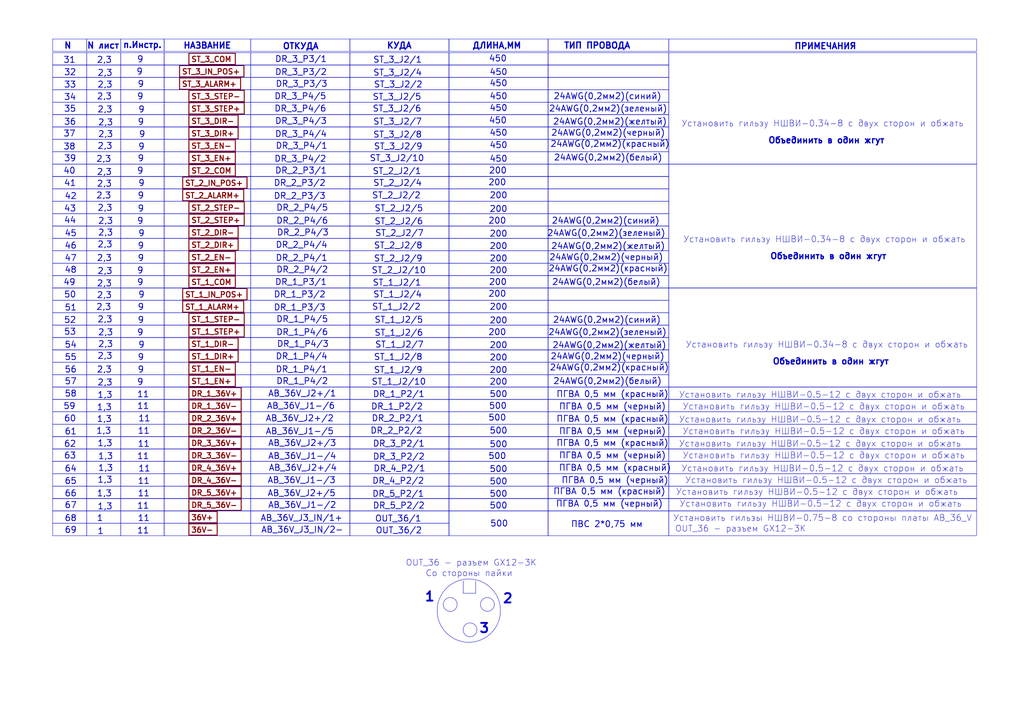
<source format=kicad_sch>
(kicad_sch
	(version 20250114)
	(generator "eeschema")
	(generator_version "9.0")
	(uuid "934e700c-146f-4592-aeb7-88cd02ab4fe4")
	(paper "A3")
	(lib_symbols)
	(rectangle
		(start 102.87 138.43)
		(end 143.51 143.51)
		(stroke
			(width 0)
			(type default)
		)
		(fill
			(type none)
		)
		(uuid 00d6f6e5-6bb9-4753-b3f0-41bf6ca1f4e6)
	)
	(rectangle
		(start 102.87 173.99)
		(end 143.51 179.07)
		(stroke
			(width 0)
			(type default)
		)
		(fill
			(type none)
		)
		(uuid 00ed7e70-385a-4ae7-b3d0-1d3beb25bea7)
	)
	(rectangle
		(start 67.31 46.99)
		(end 102.87 52.07)
		(stroke
			(width 0)
			(type default)
		)
		(fill
			(type none)
		)
		(uuid 01e573ea-baa3-4906-8fb3-bc9855dee83c)
	)
	(rectangle
		(start 21.59 204.47)
		(end 35.56 209.55)
		(stroke
			(width 0)
			(type default)
		)
		(fill
			(type none)
		)
		(uuid 01ebcd9a-65bf-45a1-b793-16434a6e510c)
	)
	(rectangle
		(start 184.15 194.31)
		(end 224.79 199.39)
		(stroke
			(width 0)
			(type default)
		)
		(fill
			(type none)
		)
		(uuid 022527d8-f15a-4d99-a878-3f45b188239d)
	)
	(rectangle
		(start 224.79 184.15)
		(end 274.32 189.23)
		(stroke
			(width 0)
			(type default)
		)
		(fill
			(type none)
		)
		(uuid 0246b81b-63f5-476e-80e5-44744c96af0d)
	)
	(rectangle
		(start 143.51 41.91)
		(end 184.15 46.99)
		(stroke
			(width 0)
			(type default)
		)
		(fill
			(type none)
		)
		(uuid 02dfbef5-7079-49ce-9a20-899ab0ac69b0)
	)
	(rectangle
		(start 224.79 26.67)
		(end 274.32 31.75)
		(stroke
			(width 0)
			(type default)
		)
		(fill
			(type none)
		)
		(uuid 037979f6-65c7-44aa-a4e2-3b5579fe5cac)
	)
	(rectangle
		(start 102.87 21.59)
		(end 143.51 26.67)
		(stroke
			(width 0)
			(type default)
		)
		(fill
			(type none)
		)
		(uuid 03cf599d-a9ed-4409-b002-e1d3d0349d8a)
	)
	(rectangle
		(start 224.79 97.79)
		(end 274.32 102.87)
		(stroke
			(width 0)
			(type default)
		)
		(fill
			(type none)
		)
		(uuid 04d7d837-4eee-4197-9013-a4f85c14fa93)
	)
	(rectangle
		(start 102.87 52.07)
		(end 143.51 57.15)
		(stroke
			(width 0)
			(type default)
		)
		(fill
			(type none)
		)
		(uuid 05aa2745-cda8-4378-b781-cd52f03633d5)
	)
	(rectangle
		(start 67.31 113.03)
		(end 102.87 118.11)
		(stroke
			(width 0)
			(type default)
		)
		(fill
			(type none)
		)
		(uuid 05d4aa46-0fef-41ce-9af9-0e62a499a06f)
	)
	(rectangle
		(start 184.15 204.47)
		(end 224.79 209.55)
		(stroke
			(width 0)
			(type default)
		)
		(fill
			(type none)
		)
		(uuid 067f7579-ff40-4a4c-814d-16f2088427ec)
	)
	(rectangle
		(start 49.53 143.51)
		(end 67.31 148.59)
		(stroke
			(width 0)
			(type default)
		)
		(fill
			(type none)
		)
		(uuid 08b0ed6b-0f1d-4b5f-9c9b-890493c43cee)
	)
	(rectangle
		(start 67.31 138.43)
		(end 102.87 143.51)
		(stroke
			(width 0)
			(type default)
		)
		(fill
			(type none)
		)
		(uuid 08f2ea0a-acf6-46a1-b5e3-663e214e4d66)
	)
	(rectangle
		(start 67.31 67.31)
		(end 102.87 72.39)
		(stroke
			(width 0)
			(type default)
		)
		(fill
			(type none)
		)
		(uuid 099f00b5-aaf0-4df5-a701-5452b00e7619)
	)
	(rectangle
		(start 224.79 138.43)
		(end 274.32 143.51)
		(stroke
			(width 0)
			(type default)
		)
		(fill
			(type none)
		)
		(uuid 0b0dbb50-cb51-4f01-9725-e2dc650f7620)
	)
	(rectangle
		(start 102.87 46.99)
		(end 143.51 52.07)
		(stroke
			(width 0)
			(type default)
		)
		(fill
			(type none)
		)
		(uuid 0c626a67-cd27-457a-be1e-51c415321f85)
	)
	(rectangle
		(start 184.15 36.83)
		(end 224.79 41.91)
		(stroke
			(width 0)
			(type default)
		)
		(fill
			(type none)
		)
		(uuid 0dd39896-f815-4935-80d7-42bc7fefe08e)
	)
	(rectangle
		(start 67.31 204.47)
		(end 102.87 209.55)
		(stroke
			(width 0)
			(type default)
		)
		(fill
			(type none)
		)
		(uuid 0ed79eab-7bf7-49b0-920a-35b82ddda516)
	)
	(rectangle
		(start 224.79 46.99)
		(end 274.32 52.07)
		(stroke
			(width 0)
			(type default)
		)
		(fill
			(type none)
		)
		(uuid 0f39bd1d-8483-4499-9929-7802a3808517)
	)
	(rectangle
		(start 102.87 148.59)
		(end 143.51 153.67)
		(stroke
			(width 0)
			(type default)
		)
		(fill
			(type none)
		)
		(uuid 0f8081d6-c420-472f-9257-3d6a4f5172c9)
	)
	(rectangle
		(start 143.51 143.51)
		(end 184.15 148.59)
		(stroke
			(width 0)
			(type default)
		)
		(fill
			(type none)
		)
		(uuid 0f8dc917-6517-4b24-aea3-5536726b3be4)
	)
	(rectangle
		(start 224.79 87.63)
		(end 274.32 92.71)
		(stroke
			(width 0)
			(type default)
		)
		(fill
			(type none)
		)
		(uuid 0ff05b0c-862a-4d90-bcfa-77bbdca94d4b)
	)
	(rectangle
		(start 35.56 204.47)
		(end 49.53 209.55)
		(stroke
			(width 0)
			(type default)
		)
		(fill
			(type none)
		)
		(uuid 10e5ec09-fe14-42f9-ac80-a1ebde6976a3)
	)
	(rectangle
		(start 21.59 138.43)
		(end 35.56 143.51)
		(stroke
			(width 0)
			(type default)
		)
		(fill
			(type none)
		)
		(uuid 1127845e-9ca6-4770-9811-1766658e7f12)
	)
	(rectangle
		(start 143.51 179.07)
		(end 184.15 184.15)
		(stroke
			(width 0)
			(type default)
		)
		(fill
			(type none)
		)
		(uuid 1210d04e-de7a-4c2c-ad21-ed52926e0464)
	)
	(rectangle
		(start 102.87 82.55)
		(end 143.51 87.63)
		(stroke
			(width 0)
			(type default)
		)
		(fill
			(type none)
		)
		(uuid 1482187b-6dbd-4271-bf19-f4e13a2d7335)
	)
	(rectangle
		(start 143.51 199.39)
		(end 184.15 204.47)
		(stroke
			(width 0)
			(type default)
		)
		(fill
			(type none)
		)
		(uuid 1509656b-aaf1-43a1-acb8-bdcbf927e535)
	)
	(rectangle
		(start 224.79 82.55)
		(end 274.32 87.63)
		(stroke
			(width 0)
			(type default)
		)
		(fill
			(type none)
		)
		(uuid 154718b0-8188-48cd-9294-3010e1188517)
	)
	(rectangle
		(start 184.15 118.11)
		(end 224.79 123.19)
		(stroke
			(width 0)
			(type default)
		)
		(fill
			(type none)
		)
		(uuid 1558597c-0638-4184-a1ea-53767d646816)
	)
	(rectangle
		(start 102.87 179.07)
		(end 143.51 184.15)
		(stroke
			(width 0)
			(type default)
		)
		(fill
			(type none)
		)
		(uuid 17da8147-aab9-4418-8859-ab9ea99d3310)
	)
	(rectangle
		(start 21.59 41.91)
		(end 35.56 46.99)
		(stroke
			(width 0)
			(type default)
		)
		(fill
			(type none)
		)
		(uuid 180d817b-9fe4-4a10-ad05-f0d5294e52b6)
	)
	(rectangle
		(start 67.31 72.39)
		(end 102.87 77.47)
		(stroke
			(width 0)
			(type default)
		)
		(fill
			(type none)
		)
		(uuid 18369c6e-6939-443d-8d09-694b3b6504fb)
	)
	(rectangle
		(start 224.79 199.39)
		(end 274.32 204.47)
		(stroke
			(width 0)
			(type default)
		)
		(fill
			(type none)
		)
		(uuid 18877d81-cd81-4653-add3-62636d644098)
	)
	(rectangle
		(start 224.79 148.59)
		(end 274.32 153.67)
		(stroke
			(width 0)
			(type default)
		)
		(fill
			(type none)
		)
		(uuid 1a787430-200d-4aac-92f3-7ae99116dd80)
	)
	(rectangle
		(start 143.51 57.15)
		(end 184.15 62.23)
		(stroke
			(width 0)
			(type default)
		)
		(fill
			(type none)
		)
		(uuid 1ab8f46b-dc1a-4b7f-bfcb-e64692daa008)
	)
	(rectangle
		(start 184.15 179.07)
		(end 224.79 184.15)
		(stroke
			(width 0)
			(type default)
		)
		(fill
			(type none)
		)
		(uuid 1c47f456-2d0c-46aa-ac5e-7f1b78114475)
	)
	(rectangle
		(start 102.87 16.002)
		(end 143.51 21.082)
		(stroke
			(width 0)
			(type default)
		)
		(fill
			(type none)
		)
		(uuid 1d284fc0-0226-4b79-bbde-066551f1d039)
	)
	(rectangle
		(start 35.56 31.75)
		(end 49.53 36.83)
		(stroke
			(width 0)
			(type default)
		)
		(fill
			(type none)
		)
		(uuid 1e0f7217-5268-49f6-b5dc-4fa11738744c)
	)
	(circle
		(center 192.278 250.444)
		(radius 12.9764)
		(stroke
			(width 0)
			(type default)
		)
		(fill
			(type none)
		)
		(uuid 1e1848e5-6809-4949-82f5-d5ffa650fa07)
	)
	(rectangle
		(start 274.32 158.75)
		(end 400.558 163.83)
		(stroke
			(width 0)
			(type default)
		)
		(fill
			(type none)
		)
		(uuid 204fb6c6-65c5-420e-98e7-2847acd3a0ec)
	)
	(rectangle
		(start 184.15 153.67)
		(end 224.79 158.75)
		(stroke
			(width 0)
			(type default)
		)
		(fill
			(type none)
		)
		(uuid 215c9e8b-2da5-4917-880f-934e3ce1ec48)
	)
	(rectangle
		(start 102.87 214.63)
		(end 143.51 219.71)
		(stroke
			(width 0)
			(type default)
		)
		(fill
			(type none)
		)
		(uuid 21a9fbb0-2f67-4561-9b1b-90805e798df2)
	)
	(rectangle
		(start 102.87 102.87)
		(end 143.51 107.95)
		(stroke
			(width 0)
			(type default)
		)
		(fill
			(type none)
		)
		(uuid 22243216-3896-4338-b716-f4f30455b94f)
	)
	(rectangle
		(start 143.51 113.03)
		(end 184.15 118.11)
		(stroke
			(width 0)
			(type default)
		)
		(fill
			(type none)
		)
		(uuid 22877765-a3e1-4c51-bae0-0189f9d28cc8)
	)
	(rectangle
		(start 21.59 143.51)
		(end 35.56 148.59)
		(stroke
			(width 0)
			(type default)
		)
		(fill
			(type none)
		)
		(uuid 228e47c4-559c-4eac-af57-8f2f41c6c421)
	)
	(rectangle
		(start 184.15 168.91)
		(end 224.79 173.99)
		(stroke
			(width 0)
			(type default)
		)
		(fill
			(type none)
		)
		(uuid 231b316f-1d8f-47bb-9e16-83067a8c25c0)
	)
	(rectangle
		(start 143.51 168.91)
		(end 184.15 173.99)
		(stroke
			(width 0)
			(type default)
		)
		(fill
			(type none)
		)
		(uuid 23d47572-626f-4cff-b434-da5374703eb6)
	)
	(rectangle
		(start 21.59 26.67)
		(end 35.56 31.75)
		(stroke
			(width 0)
			(type default)
		)
		(fill
			(type none)
		)
		(uuid 2453af96-ad63-470c-9d02-70e43247ca8a)
	)
	(rectangle
		(start 35.56 184.15)
		(end 49.53 189.23)
		(stroke
			(width 0)
			(type default)
		)
		(fill
			(type none)
		)
		(uuid 24577d4a-8ed0-4b7a-9252-a22b97868057)
	)
	(rectangle
		(start 21.59 31.75)
		(end 35.56 36.83)
		(stroke
			(width 0)
			(type default)
		)
		(fill
			(type none)
		)
		(uuid 246c9ae0-9a61-4e78-803d-915e5245c048)
	)
	(rectangle
		(start 35.56 36.83)
		(end 49.53 41.91)
		(stroke
			(width 0)
			(type default)
		)
		(fill
			(type none)
		)
		(uuid 25e8f528-5759-4629-ada9-97d0b238d010)
	)
	(rectangle
		(start 143.51 97.79)
		(end 184.15 102.87)
		(stroke
			(width 0)
			(type default)
		)
		(fill
			(type none)
		)
		(uuid 26b26f80-f08e-4d16-ac24-2196b1a630dc)
	)
	(rectangle
		(start 224.79 143.51)
		(end 274.32 148.59)
		(stroke
			(width 0)
			(type default)
		)
		(fill
			(type none)
		)
		(uuid 2752fb57-a813-43f5-9a63-a2dd1400f485)
	)
	(rectangle
		(start 67.31 148.59)
		(end 102.87 153.67)
		(stroke
			(width 0)
			(type default)
		)
		(fill
			(type none)
		)
		(uuid 2760875a-95a4-4aea-944b-cee0b6247663)
	)
	(rectangle
		(start 274.32 21.59)
		(end 400.558 67.31)
		(stroke
			(width 0)
			(type default)
		)
		(fill
			(type none)
		)
		(uuid 281c4e24-35fa-497f-86d3-3627759b3c95)
	)
	(rectangle
		(start 102.87 168.91)
		(end 143.51 173.99)
		(stroke
			(width 0)
			(type default)
		)
		(fill
			(type none)
		)
		(uuid 2828dd61-a015-4d56-8ca7-ec2a76338465)
	)
	(rectangle
		(start 67.31 57.15)
		(end 102.87 62.23)
		(stroke
			(width 0)
			(type default)
		)
		(fill
			(type none)
		)
		(uuid 28d7f159-bdb3-4a32-9f51-813b6101ba61)
	)
	(rectangle
		(start 35.56 62.23)
		(end 49.53 67.31)
		(stroke
			(width 0)
			(type default)
		)
		(fill
			(type none)
		)
		(uuid 2903ae97-68dd-4402-8236-7c17d41229e6)
	)
	(circle
		(center 199.898 247.904)
		(radius 2.8398)
		(stroke
			(width 0)
			(type default)
		)
		(fill
			(type none)
		)
		(uuid 2b3cd70e-8cf0-4a70-9c56-2b0711e384f7)
	)
	(rectangle
		(start 143.51 102.87)
		(end 184.15 107.95)
		(stroke
			(width 0)
			(type default)
		)
		(fill
			(type none)
		)
		(uuid 2c31cd46-6770-4798-a31d-a17154db59a5)
	)
	(rectangle
		(start 21.59 67.31)
		(end 35.56 72.39)
		(stroke
			(width 0)
			(type default)
		)
		(fill
			(type none)
		)
		(uuid 2ccde174-1c60-4c0e-a48f-10a6219725b4)
	)
	(rectangle
		(start 143.51 133.35)
		(end 184.15 138.43)
		(stroke
			(width 0)
			(type default)
		)
		(fill
			(type none)
		)
		(uuid 2d4fa600-9f1b-4df6-9678-1a20d69da0a8)
	)
	(rectangle
		(start 184.15 31.75)
		(end 224.79 36.83)
		(stroke
			(width 0)
			(type default)
		)
		(fill
			(type none)
		)
		(uuid 2e2bb1c9-fd8b-4c0e-abeb-1974a189c3e2)
	)
	(rectangle
		(start 102.87 36.83)
		(end 143.51 41.91)
		(stroke
			(width 0)
			(type default)
		)
		(fill
			(type none)
		)
		(uuid 2f41ff3c-d872-4532-b294-df5cb2c9acc3)
	)
	(rectangle
		(start 224.79 204.47)
		(end 274.32 209.55)
		(stroke
			(width 0)
			(type default)
		)
		(fill
			(type none)
		)
		(uuid 30508735-9175-4624-acd2-1644a9ce17e3)
	)
	(rectangle
		(start 224.79 21.59)
		(end 274.32 26.67)
		(stroke
			(width 0)
			(type default)
		)
		(fill
			(type none)
		)
		(uuid 337dc3a9-80e9-4833-8a58-4fc2571e1066)
	)
	(rectangle
		(start 224.79 179.07)
		(end 274.32 184.15)
		(stroke
			(width 0)
			(type default)
		)
		(fill
			(type none)
		)
		(uuid 339ffa9d-dd1a-4672-9271-1860ae9695ec)
	)
	(rectangle
		(start 67.31 168.91)
		(end 102.87 173.99)
		(stroke
			(width 0)
			(type default)
		)
		(fill
			(type none)
		)
		(uuid 361a50cd-b624-429b-b726-ef5d3f784c5d)
	)
	(rectangle
		(start 224.79 168.91)
		(end 274.32 173.99)
		(stroke
			(width 0)
			(type default)
		)
		(fill
			(type none)
		)
		(uuid 367639bb-8f9b-41da-a8da-19fe0c702db5)
	)
	(rectangle
		(start 67.31 199.39)
		(end 102.87 204.47)
		(stroke
			(width 0)
			(type default)
		)
		(fill
			(type none)
		)
		(uuid 36fb9608-1db9-4a10-ad81-7bf3c93bdcc6)
	)
	(rectangle
		(start 49.53 118.11)
		(end 67.31 123.19)
		(stroke
			(width 0)
			(type default)
		)
		(fill
			(type none)
		)
		(uuid 37be27ac-2191-4449-b869-64ec3bb0b87c)
	)
	(rectangle
		(start 143.51 128.27)
		(end 184.15 133.35)
		(stroke
			(width 0)
			(type default)
		)
		(fill
			(type none)
		)
		(uuid 3a664c65-d216-48a9-8fa2-9639b391ffe6)
	)
	(rectangle
		(start 35.56 173.99)
		(end 49.53 179.07)
		(stroke
			(width 0)
			(type default)
		)
		(fill
			(type none)
		)
		(uuid 3badfae5-317f-4adb-83e8-41d3ed624a4f)
	)
	(rectangle
		(start 67.31 189.23)
		(end 102.87 194.31)
		(stroke
			(width 0)
			(type default)
		)
		(fill
			(type none)
		)
		(uuid 3bf13ee8-4b7d-42dd-a637-b2bfcbdc2dbf)
	)
	(rectangle
		(start 143.51 21.59)
		(end 184.15 26.67)
		(stroke
			(width 0)
			(type default)
		)
		(fill
			(type none)
		)
		(uuid 3c7d176f-5d92-48ed-981a-64e34a452813)
	)
	(rectangle
		(start 35.56 57.15)
		(end 49.53 62.23)
		(stroke
			(width 0)
			(type default)
		)
		(fill
			(type none)
		)
		(uuid 3c9cd3aa-5204-4ece-b68c-fe9badaddd7f)
	)
	(rectangle
		(start 21.59 57.15)
		(end 35.56 62.23)
		(stroke
			(width 0)
			(type default)
		)
		(fill
			(type none)
		)
		(uuid 3d7f3cfb-de65-4065-9c22-6e3b878390c4)
	)
	(rectangle
		(start 67.31 107.95)
		(end 102.87 113.03)
		(stroke
			(width 0)
			(type default)
		)
		(fill
			(type none)
		)
		(uuid 3debd8ed-d7d7-47e4-b2a8-42c013269b21)
	)
	(rectangle
		(start 35.56 209.55)
		(end 49.53 214.63)
		(stroke
			(width 0)
			(type default)
		)
		(fill
			(type none)
		)
		(uuid 3eb2a349-c56b-437f-94d7-73098ea721fe)
	)
	(rectangle
		(start 35.56 148.59)
		(end 49.53 153.67)
		(stroke
			(width 0)
			(type default)
		)
		(fill
			(type none)
		)
		(uuid 3ff1373f-b6d7-469a-966e-4745f31245c9)
	)
	(rectangle
		(start 67.31 128.27)
		(end 102.87 133.35)
		(stroke
			(width 0)
			(type default)
		)
		(fill
			(type none)
		)
		(uuid 41bfd5a2-df87-4e52-bd74-419306f51283)
	)
	(rectangle
		(start 143.51 194.31)
		(end 184.15 199.39)
		(stroke
			(width 0)
			(type default)
		)
		(fill
			(type none)
		)
		(uuid 42197c9a-5c0d-4f4b-b027-45e54a4757ec)
	)
	(rectangle
		(start 102.87 163.83)
		(end 143.51 168.91)
		(stroke
			(width 0)
			(type default)
		)
		(fill
			(type none)
		)
		(uuid 44e020fc-be8d-44a8-8aae-25865d381629)
	)
	(rectangle
		(start 21.59 189.23)
		(end 35.56 194.31)
		(stroke
			(width 0)
			(type default)
		)
		(fill
			(type none)
		)
		(uuid 45424e59-e0c5-42d6-b1a5-812b367b8c77)
	)
	(rectangle
		(start 21.59 194.31)
		(end 35.56 199.39)
		(stroke
			(width 0)
			(type default)
		)
		(fill
			(type none)
		)
		(uuid 467b4cb6-f6ed-450d-8c3f-ed61e1b9de60)
	)
	(rectangle
		(start 102.87 97.79)
		(end 143.51 102.87)
		(stroke
			(width 0)
			(type default)
		)
		(fill
			(type none)
		)
		(uuid 46d58ae9-9fe0-4400-a8b9-081dd00766de)
	)
	(rectangle
		(start 102.87 143.51)
		(end 143.51 148.59)
		(stroke
			(width 0)
			(type default)
		)
		(fill
			(type none)
		)
		(uuid 48949d1b-2709-48b6-b1ed-82692e93b41a)
	)
	(rectangle
		(start 102.87 31.75)
		(end 143.51 36.83)
		(stroke
			(width 0)
			(type default)
		)
		(fill
			(type none)
		)
		(uuid 497bdc14-b4eb-4ab9-a0b7-4a311959bf99)
	)
	(rectangle
		(start 184.15 113.03)
		(end 224.79 118.11)
		(stroke
			(width 0)
			(type default)
		)
		(fill
			(type none)
		)
		(uuid 4a1f3988-8c18-42b5-9383-44f88dfb3e1d)
	)
	(rectangle
		(start 184.15 72.39)
		(end 224.79 77.47)
		(stroke
			(width 0)
			(type default)
		)
		(fill
			(type none)
		)
		(uuid 4dbf550c-5282-4a9e-a357-be97f8360bc0)
	)
	(rectangle
		(start 224.79 31.75)
		(end 274.32 36.83)
		(stroke
			(width 0)
			(type default)
		)
		(fill
			(type none)
		)
		(uuid 4e50db08-11c1-405f-8585-ce4a095f69e1)
	)
	(rectangle
		(start 67.31 173.99)
		(end 102.87 179.07)
		(stroke
			(width 0)
			(type default)
		)
		(fill
			(type none)
		)
		(uuid 4f7f0519-761b-4294-9626-025606b33298)
	)
	(rectangle
		(start 67.31 153.67)
		(end 102.87 158.75)
		(stroke
			(width 0)
			(type default)
		)
		(fill
			(type none)
		)
		(uuid 50bd166a-a9b8-4962-a65d-214cde8e2601)
	)
	(rectangle
		(start 102.87 107.95)
		(end 143.51 113.03)
		(stroke
			(width 0)
			(type default)
		)
		(fill
			(type none)
		)
		(uuid 5118bf2b-c27c-4f4e-ab7f-1e8e24144c9f)
	)
	(rectangle
		(start 224.79 52.07)
		(end 274.32 57.15)
		(stroke
			(width 0)
			(type default)
		)
		(fill
			(type none)
		)
		(uuid 51b061a1-c2b2-491d-9e79-44de70fa324a)
	)
	(rectangle
		(start 35.56 41.91)
		(end 49.53 46.99)
		(stroke
			(width 0)
			(type default)
		)
		(fill
			(type none)
		)
		(uuid 52117e0b-b65a-4fe1-b6f1-59972fe1f23d)
	)
	(rectangle
		(start 102.87 153.67)
		(end 143.51 158.75)
		(stroke
			(width 0)
			(type default)
		)
		(fill
			(type none)
		)
		(uuid 55b1c983-6572-4daf-86af-e5df94b9dcd1)
	)
	(rectangle
		(start 49.53 46.99)
		(end 67.31 52.07)
		(stroke
			(width 0)
			(type default)
		)
		(fill
			(type none)
		)
		(uuid 55f0faa4-008a-4216-b57a-e998a8152eae)
	)
	(rectangle
		(start 49.53 184.15)
		(end 67.31 189.23)
		(stroke
			(width 0)
			(type default)
		)
		(fill
			(type none)
		)
		(uuid 57d6a761-120c-42a6-8913-0ac92784045c)
	)
	(rectangle
		(start 49.53 199.39)
		(end 67.31 204.47)
		(stroke
			(width 0)
			(type default)
		)
		(fill
			(type none)
		)
		(uuid 5a1047a2-ebeb-4c89-bb4d-aff2e65560b8)
	)
	(rectangle
		(start 21.59 72.39)
		(end 35.56 77.47)
		(stroke
			(width 0)
			(type default)
		)
		(fill
			(type none)
		)
		(uuid 5b56cd0e-734f-4b87-b381-d3e0ec0a777d)
	)
	(rectangle
		(start 102.87 189.23)
		(end 143.51 194.31)
		(stroke
			(width 0)
			(type default)
		)
		(fill
			(type none)
		)
		(uuid 5b6bf371-bc26-4797-963b-c7786af0f898)
	)
	(rectangle
		(start 35.56 107.95)
		(end 49.53 113.03)
		(stroke
			(width 0)
			(type default)
		)
		(fill
			(type none)
		)
		(uuid 5bac3951-b1ab-4ac7-9b51-4ca63116037c)
	)
	(rectangle
		(start 49.53 67.31)
		(end 67.31 72.39)
		(stroke
			(width 0)
			(type default)
		)
		(fill
			(type none)
		)
		(uuid 5e361a2d-9ec8-4ea5-a426-771c92d44476)
	)
	(rectangle
		(start 49.53 204.47)
		(end 67.31 209.55)
		(stroke
			(width 0)
			(type default)
		)
		(fill
			(type none)
		)
		(uuid 5e4edb48-df5b-439e-bcea-ee447490947a)
	)
	(rectangle
		(start 49.53 113.03)
		(end 67.31 118.11)
		(stroke
			(width 0)
			(type default)
		)
		(fill
			(type none)
		)
		(uuid 606a094a-7729-41e0-b86a-c3812ffd5b4b)
	)
	(rectangle
		(start 21.59 21.59)
		(end 35.56 26.67)
		(stroke
			(width 0)
			(type default)
		)
		(fill
			(type none)
		)
		(uuid 617d001f-d401-45dd-924e-881a129f0ab5)
	)
	(rectangle
		(start 35.56 128.27)
		(end 49.53 133.35)
		(stroke
			(width 0)
			(type default)
		)
		(fill
			(type none)
		)
		(uuid 620f2a6c-d464-4127-8821-bca9a48fc998)
	)
	(rectangle
		(start 143.51 46.99)
		(end 184.15 52.07)
		(stroke
			(width 0)
			(type default)
		)
		(fill
			(type none)
		)
		(uuid 6216a02f-5e8e-406c-a28b-a376463ddee6)
	)
	(rectangle
		(start 49.53 179.07)
		(end 67.31 184.15)
		(stroke
			(width 0)
			(type default)
		)
		(fill
			(type none)
		)
		(uuid 62527dc9-47cd-492d-9472-f2d656cf49de)
	)
	(rectangle
		(start 67.31 158.75)
		(end 102.87 163.83)
		(stroke
			(width 0)
			(type default)
		)
		(fill
			(type none)
		)
		(uuid 6299c42f-a4b1-4aa0-9442-c443fe8269ae)
	)
	(rectangle
		(start 143.51 163.83)
		(end 184.15 168.91)
		(stroke
			(width 0)
			(type default)
		)
		(fill
			(type none)
		)
		(uuid 62b6dc9a-5977-4cb5-973b-a576826333b4)
	)
	(rectangle
		(start 67.31 179.07)
		(end 102.87 184.15)
		(stroke
			(width 0)
			(type default)
		)
		(fill
			(type none)
		)
		(uuid 62fe05a4-be19-4cc5-be17-6f9641c7c586)
	)
	(rectangle
		(start 67.31 31.75)
		(end 102.87 36.83)
		(stroke
			(width 0)
			(type default)
		)
		(fill
			(type none)
		)
		(uuid 63e491c5-331e-4801-bc49-16a3c6417c46)
	)
	(rectangle
		(start 274.32 173.99)
		(end 400.558 179.07)
		(stroke
			(width 0)
			(type default)
		)
		(fill
			(type none)
		)
		(uuid 647b056e-5c59-418f-ba1f-f9259aadd780)
	)
	(rectangle
		(start 184.15 87.63)
		(end 224.79 92.71)
		(stroke
			(width 0)
			(type default)
		)
		(fill
			(type none)
		)
		(uuid 64c3f906-0403-4a5e-a71f-0fb8335d78f2)
	)
	(rectangle
		(start 184.15 41.91)
		(end 224.79 46.99)
		(stroke
			(width 0)
			(type default)
		)
		(fill
			(type none)
		)
		(uuid 6514b94e-c7ba-426a-acb1-41bc24f32714)
	)
	(rectangle
		(start 224.79 107.95)
		(end 274.32 113.03)
		(stroke
			(width 0)
			(type default)
		)
		(fill
			(type none)
		)
		(uuid 652d81ad-c101-450f-80fe-1e853c8a73e2)
	)
	(rectangle
		(start 35.56 179.07)
		(end 49.53 184.15)
		(stroke
			(width 0)
			(type default)
		)
		(fill
			(type none)
		)
		(uuid 654e3622-adea-4efc-aa4d-12d8decd8dfb)
	)
	(rectangle
		(start 49.53 92.71)
		(end 67.31 97.79)
		(stroke
			(width 0)
			(type default)
		)
		(fill
			(type none)
		)
		(uuid 65d00692-f2b2-4526-b032-5c39fad6ea2f)
	)
	(rectangle
		(start 21.59 52.07)
		(end 35.56 57.15)
		(stroke
			(width 0)
			(type default)
		)
		(fill
			(type none)
		)
		(uuid 66bcd67d-074d-498d-bf4c-9df2877613b1)
	)
	(rectangle
		(start 224.79 72.39)
		(end 274.32 77.47)
		(stroke
			(width 0)
			(type default)
		)
		(fill
			(type none)
		)
		(uuid 66df91c8-a196-410d-baf9-769085c53fb8)
	)
	(rectangle
		(start 102.87 199.39)
		(end 143.51 204.47)
		(stroke
			(width 0)
			(type default)
		)
		(fill
			(type none)
		)
		(uuid 6715c508-806a-4e67-9f8d-4cceecc056c0)
	)
	(rectangle
		(start 35.56 21.59)
		(end 49.53 26.67)
		(stroke
			(width 0)
			(type default)
		)
		(fill
			(type none)
		)
		(uuid 67a80934-090a-4770-a9ed-0977ad6593fc)
	)
	(rectangle
		(start 143.51 153.67)
		(end 184.15 158.75)
		(stroke
			(width 0)
			(type default)
		)
		(fill
			(type none)
		)
		(uuid 67fd71f0-2820-41cf-b156-030188df4006)
	)
	(rectangle
		(start 49.53 97.79)
		(end 67.31 102.87)
		(stroke
			(width 0)
			(type default)
		)
		(fill
			(type none)
		)
		(uuid 68aa1763-7c1a-4a34-80d3-e0f06571123c)
	)
	(rectangle
		(start 21.59 107.95)
		(end 35.56 113.03)
		(stroke
			(width 0)
			(type default)
		)
		(fill
			(type none)
		)
		(uuid 692e488a-8e07-4365-b40b-1f80f7c4f745)
	)
	(rectangle
		(start 102.87 87.63)
		(end 143.51 92.71)
		(stroke
			(width 0)
			(type default)
		)
		(fill
			(type none)
		)
		(uuid 6959d43c-ef98-4a02-ba5e-601cfc6c8f8e)
	)
	(rectangle
		(start 21.59 168.91)
		(end 35.56 173.99)
		(stroke
			(width 0)
			(type default)
		)
		(fill
			(type none)
		)
		(uuid 698a98bc-8fee-4913-9f03-688e0478ff06)
	)
	(rectangle
		(start 102.87 62.23)
		(end 143.51 67.31)
		(stroke
			(width 0)
			(type default)
		)
		(fill
			(type none)
		)
		(uuid 69dc3c92-a8dc-48cb-92b0-aa6c855b6cc2)
	)
	(rectangle
		(start 67.31 77.47)
		(end 102.87 82.55)
		(stroke
			(width 0)
			(type default)
		)
		(fill
			(type none)
		)
		(uuid 6ad9f979-140e-4951-8db7-c3056314fb8b)
	)
	(rectangle
		(start 21.59 87.63)
		(end 35.56 92.71)
		(stroke
			(width 0)
			(type default)
		)
		(fill
			(type none)
		)
		(uuid 6b5207d6-a295-4eae-992e-d7ace3000fca)
	)
	(rectangle
		(start 21.59 199.39)
		(end 35.56 204.47)
		(stroke
			(width 0)
			(type default)
		)
		(fill
			(type none)
		)
		(uuid 6b98340f-1378-4535-b44b-fef1bc2d16fb)
	)
	(rectangle
		(start 224.79 123.19)
		(end 274.32 128.27)
		(stroke
			(width 0)
			(type default)
		)
		(fill
			(type none)
		)
		(uuid 6bb27dae-c4e4-48c0-be77-5159f1b2fb69)
	)
	(rectangle
		(start 224.79 113.03)
		(end 274.32 118.11)
		(stroke
			(width 0)
			(type default)
		)
		(fill
			(type none)
		)
		(uuid 6c413283-0573-4b36-b8c5-5f5b12aa587e)
	)
	(rectangle
		(start 102.87 204.47)
		(end 143.51 209.55)
		(stroke
			(width 0)
			(type default)
		)
		(fill
			(type none)
		)
		(uuid 6cfa5671-94eb-45e2-a1dd-428e07438826)
	)
	(rectangle
		(start 102.87 118.11)
		(end 143.51 123.19)
		(stroke
			(width 0)
			(type default)
		)
		(fill
			(type none)
		)
		(uuid 6d1ec4b4-9f9d-4fcf-9737-ca6785b802f0)
	)
	(rectangle
		(start 184.15 67.31)
		(end 224.79 72.39)
		(stroke
			(width 0)
			(type default)
		)
		(fill
			(type none)
		)
		(uuid 6ec02978-5401-4afb-9f41-b5a9e8a58597)
	)
	(rectangle
		(start 224.79 194.31)
		(end 274.32 199.39)
		(stroke
			(width 0)
			(type default)
		)
		(fill
			(type none)
		)
		(uuid 6fc15e2c-94ab-4af3-a129-4c3d709c54ba)
	)
	(rectangle
		(start 224.79 16.002)
		(end 274.32 21.082)
		(stroke
			(width 0)
			(type default)
		)
		(fill
			(type none)
		)
		(uuid 706881f6-e4ca-4210-8376-200c46fb876b)
	)
	(rectangle
		(start 143.51 148.59)
		(end 184.15 153.67)
		(stroke
			(width 0)
			(type default)
		)
		(fill
			(type none)
		)
		(uuid 7172e241-9099-4aeb-a588-0dc34f554b98)
	)
	(rectangle
		(start 274.32 16.002)
		(end 400.558 21.082)
		(stroke
			(width 0)
			(type default)
		)
		(fill
			(type none)
		)
		(uuid 723d4c25-e197-4a2e-bab2-409d669f127e)
	)
	(rectangle
		(start 274.32 168.91)
		(end 400.558 173.99)
		(stroke
			(width 0)
			(type default)
		)
		(fill
			(type none)
		)
		(uuid 724bd1fa-4324-46fe-a8c4-00ecc181aa10)
	)
	(rectangle
		(start 35.56 102.87)
		(end 49.53 107.95)
		(stroke
			(width 0)
			(type default)
		)
		(fill
			(type none)
		)
		(uuid 72fda6c2-c178-4e3d-a96d-ff580abda290)
	)
	(rectangle
		(start 274.32 118.11)
		(end 400.558 158.75)
		(stroke
			(width 0)
			(type default)
		)
		(fill
			(type none)
		)
		(uuid 732245be-ddbe-4641-9029-ccd908cc6530)
	)
	(rectangle
		(start 35.56 199.39)
		(end 49.53 204.47)
		(stroke
			(width 0)
			(type default)
		)
		(fill
			(type none)
		)
		(uuid 73a30ca1-e16e-48ab-9407-209a851a5cba)
	)
	(rectangle
		(start 184.15 133.35)
		(end 224.79 138.43)
		(stroke
			(width 0)
			(type default)
		)
		(fill
			(type none)
		)
		(uuid 7458cf68-8987-4fca-b88c-e61ed966b938)
	)
	(rectangle
		(start 35.56 189.23)
		(end 49.53 194.31)
		(stroke
			(width 0)
			(type default)
		)
		(fill
			(type none)
		)
		(uuid 74cf0062-c795-4ac5-9702-cb44cdf519cb)
	)
	(rectangle
		(start 143.51 158.75)
		(end 184.15 163.83)
		(stroke
			(width 0)
			(type default)
		)
		(fill
			(type none)
		)
		(uuid 75890e3b-e3c8-45f6-bc60-53593509ecdf)
	)
	(rectangle
		(start 184.15 97.79)
		(end 224.79 102.87)
		(stroke
			(width 0)
			(type default)
		)
		(fill
			(type none)
		)
		(uuid 75d18be8-16de-4a9a-907f-1c7b1e147e34)
	)
	(rectangle
		(start 143.51 123.19)
		(end 184.15 128.27)
		(stroke
			(width 0)
			(type default)
		)
		(fill
			(type none)
		)
		(uuid 76124a5c-de30-4d8e-8673-ead0d3403f12)
	)
	(rectangle
		(start 274.32 199.39)
		(end 400.558 204.47)
		(stroke
			(width 0)
			(type default)
		)
		(fill
			(type none)
		)
		(uuid 76205eaf-11f4-4aa0-99a7-546ea1e658c3)
	)
	(rectangle
		(start 35.56 26.67)
		(end 49.53 31.75)
		(stroke
			(width 0)
			(type default)
		)
		(fill
			(type none)
		)
		(uuid 76b2f257-45a4-4477-9275-9ab13b45deeb)
	)
	(rectangle
		(start 67.31 36.83)
		(end 102.87 41.91)
		(stroke
			(width 0)
			(type default)
		)
		(fill
			(type none)
		)
		(uuid 77368cc4-b75b-413b-bcbe-41b22f577cc7)
	)
	(rectangle
		(start 35.56 143.51)
		(end 49.53 148.59)
		(stroke
			(width 0)
			(type default)
		)
		(fill
			(type none)
		)
		(uuid 7779a6b1-1e77-4bd1-9315-f0512ae912f9)
	)
	(rectangle
		(start 21.59 77.47)
		(end 35.56 82.55)
		(stroke
			(width 0)
			(type default)
		)
		(fill
			(type none)
		)
		(uuid 77bb0cee-daae-420f-ba85-86f963af9363)
	)
	(rectangle
		(start 224.79 57.15)
		(end 274.32 62.23)
		(stroke
			(width 0)
			(type default)
		)
		(fill
			(type none)
		)
		(uuid 786214bf-b7b6-479b-bea3-83af8944288b)
	)
	(rectangle
		(start 49.53 36.83)
		(end 67.31 41.91)
		(stroke
			(width 0)
			(type default)
		)
		(fill
			(type none)
		)
		(uuid 787e3edb-3c2d-4672-bd2b-7975c3c4cd8f)
	)
	(rectangle
		(start 184.15 138.43)
		(end 224.79 143.51)
		(stroke
			(width 0)
			(type default)
		)
		(fill
			(type none)
		)
		(uuid 78fa5cf9-ece9-4bad-8f8a-eb07e1b7b1e0)
	)
	(rectangle
		(start 21.59 179.07)
		(end 35.56 184.15)
		(stroke
			(width 0)
			(type default)
		)
		(fill
			(type none)
		)
		(uuid 7923784c-aaeb-4cd3-8a58-7f0d837bbcb1)
	)
	(rectangle
		(start 67.31 62.23)
		(end 102.87 67.31)
		(stroke
			(width 0)
			(type default)
		)
		(fill
			(type none)
		)
		(uuid 7af6d142-667e-4453-b1c6-6d9b7ecd6885)
	)
	(rectangle
		(start 21.59 158.75)
		(end 35.56 163.83)
		(stroke
			(width 0)
			(type default)
		)
		(fill
			(type none)
		)
		(uuid 7b77ce16-7b63-47e4-acc3-03629de0e9f1)
	)
	(rectangle
		(start 49.53 163.83)
		(end 67.31 168.91)
		(stroke
			(width 0)
			(type default)
		)
		(fill
			(type none)
		)
		(uuid 7c06c0ad-78eb-41fa-bb81-bd8551655bc8)
	)
	(rectangle
		(start 49.53 21.59)
		(end 67.31 26.67)
		(stroke
			(width 0)
			(type default)
		)
		(fill
			(type none)
		)
		(uuid 7c172fe8-7a8d-4920-a310-e0d3f931e13d)
	)
	(rectangle
		(start 224.79 36.83)
		(end 274.32 41.91)
		(stroke
			(width 0)
			(type default)
		)
		(fill
			(type none)
		)
		(uuid 7c1776b6-f415-4cc3-bfab-11918810af1a)
	)
	(rectangle
		(start 67.31 143.51)
		(end 102.87 148.59)
		(stroke
			(width 0)
			(type default)
		)
		(fill
			(type none)
		)
		(uuid 7c2bc618-b244-4e0c-b88e-3239e4f9c236)
	)
	(rectangle
		(start 67.31 87.63)
		(end 102.87 92.71)
		(stroke
			(width 0)
			(type default)
		)
		(fill
			(type none)
		)
		(uuid 7c76ad92-3e90-484e-9542-d88c82dfc494)
	)
	(rectangle
		(start 274.32 194.31)
		(end 400.558 199.39)
		(stroke
			(width 0)
			(type default)
		)
		(fill
			(type none)
		)
		(uuid 7cb8b2e3-cd22-433d-834b-1e8fbcae03d3)
	)
	(rectangle
		(start 35.56 46.99)
		(end 49.53 52.07)
		(stroke
			(width 0)
			(type default)
		)
		(fill
			(type none)
		)
		(uuid 7edabf97-cc48-4cf6-b917-82308f1b5b67)
	)
	(rectangle
		(start 49.53 189.23)
		(end 67.31 194.31)
		(stroke
			(width 0)
			(type default)
		)
		(fill
			(type none)
		)
		(uuid 7f10b520-9639-4daa-b2f8-d07282e86bd7)
	)
	(rectangle
		(start 49.53 72.39)
		(end 67.31 77.47)
		(stroke
			(width 0)
			(type default)
		)
		(fill
			(type none)
		)
		(uuid 7f8732a4-d6b3-449b-bd5a-dfc2feb0de51)
	)
	(rectangle
		(start 21.59 113.03)
		(end 35.56 118.11)
		(stroke
			(width 0)
			(type default)
		)
		(fill
			(type none)
		)
		(uuid 7fee6422-6c0a-406c-8708-c0f499d7680f)
	)
	(rectangle
		(start 184.15 123.19)
		(end 224.79 128.27)
		(stroke
			(width 0)
			(type default)
		)
		(fill
			(type none)
		)
		(uuid 8019bd2a-a7ef-4035-8a05-1bc26733310b)
	)
	(rectangle
		(start 102.87 41.91)
		(end 143.51 46.99)
		(stroke
			(width 0)
			(type default)
		)
		(fill
			(type none)
		)
		(uuid 80d84195-eae0-41f5-adbb-996d1c77ff7c)
	)
	(rectangle
		(start 274.32 189.23)
		(end 400.558 194.31)
		(stroke
			(width 0)
			(type default)
		)
		(fill
			(type none)
		)
		(uuid 81656dfc-7386-4968-868d-023e7980477b)
	)
	(rectangle
		(start 67.31 214.63)
		(end 102.87 219.71)
		(stroke
			(width 0)
			(type default)
		)
		(fill
			(type none)
		)
		(uuid 82a2e59a-4323-49fb-aeb4-cf364378598f)
	)
	(rectangle
		(start 274.32 184.15)
		(end 400.558 189.23)
		(stroke
			(width 0)
			(type default)
		)
		(fill
			(type none)
		)
		(uuid 82d8e0ab-c5a9-4745-a720-ea489937bbc4)
	)
	(rectangle
		(start 49.53 107.95)
		(end 67.31 113.03)
		(stroke
			(width 0)
			(type default)
		)
		(fill
			(type none)
		)
		(uuid 84419649-d5a7-44a7-8197-6cc3ca6292a8)
	)
	(rectangle
		(start 143.51 92.71)
		(end 184.15 97.79)
		(stroke
			(width 0)
			(type default)
		)
		(fill
			(type none)
		)
		(uuid 8543d600-a6ef-4b40-b3fc-5d162549aaf0)
	)
	(rectangle
		(start 143.51 118.11)
		(end 184.15 123.19)
		(stroke
			(width 0)
			(type default)
		)
		(fill
			(type none)
		)
		(uuid 86251543-a1aa-45b1-9750-010f2974c63b)
	)
	(rectangle
		(start 184.15 158.75)
		(end 224.79 163.83)
		(stroke
			(width 0)
			(type default)
		)
		(fill
			(type none)
		)
		(uuid 8663d3fe-2268-42dc-85a7-5940127325d1)
	)
	(rectangle
		(start 49.53 173.99)
		(end 67.31 179.07)
		(stroke
			(width 0)
			(type default)
		)
		(fill
			(type none)
		)
		(uuid 87660716-5c02-4765-8521-b473b8e37466)
	)
	(rectangle
		(start 49.53 123.19)
		(end 67.31 128.27)
		(stroke
			(width 0)
			(type default)
		)
		(fill
			(type none)
		)
		(uuid 878cc19c-fbc6-4e52-8193-bcfdfa2a59b3)
	)
	(rectangle
		(start 143.51 72.39)
		(end 184.15 77.47)
		(stroke
			(width 0)
			(type default)
		)
		(fill
			(type none)
		)
		(uuid 897f85a0-b48e-452a-9b5f-3643192b31fa)
	)
	(rectangle
		(start 35.56 52.07)
		(end 49.53 57.15)
		(stroke
			(width 0)
			(type default)
		)
		(fill
			(type none)
		)
		(uuid 89de6642-6c31-4815-9b94-b4b750638776)
	)
	(rectangle
		(start 224.79 118.11)
		(end 274.32 123.19)
		(stroke
			(width 0)
			(type default)
		)
		(fill
			(type none)
		)
		(uuid 8a1ebf2e-9d48-4072-a6d4-6e6c7e855dfd)
	)
	(rectangle
		(start 184.15 107.95)
		(end 224.79 113.03)
		(stroke
			(width 0)
			(type default)
		)
		(fill
			(type none)
		)
		(uuid 8ab49ee4-71df-406d-820a-17381941961d)
	)
	(rectangle
		(start 35.56 87.63)
		(end 49.53 92.71)
		(stroke
			(width 0)
			(type default)
		)
		(fill
			(type none)
		)
		(uuid 8ba517a1-889c-44f2-a296-505b2f089ce8)
	)
	(rectangle
		(start 184.15 57.15)
		(end 224.79 62.23)
		(stroke
			(width 0)
			(type default)
		)
		(fill
			(type none)
		)
		(uuid 8bbc4986-20ce-48e9-94b5-150bbba16a93)
	)
	(rectangle
		(start 224.79 163.83)
		(end 274.32 168.91)
		(stroke
			(width 0)
			(type default)
		)
		(fill
			(type none)
		)
		(uuid 8ce200b8-8c39-452a-ba07-428548b29ba1)
	)
	(rectangle
		(start 224.79 102.87)
		(end 274.32 107.95)
		(stroke
			(width 0)
			(type default)
		)
		(fill
			(type none)
		)
		(uuid 8ce9b9a0-8c63-4956-9f8c-395450163b3c)
	)
	(rectangle
		(start 143.51 209.55)
		(end 184.15 214.63)
		(stroke
			(width 0)
			(type default)
		)
		(fill
			(type none)
		)
		(uuid 8dc28069-2071-4185-88c7-b4c7ce40666e)
	)
	(rectangle
		(start 21.59 118.11)
		(end 35.56 123.19)
		(stroke
			(width 0)
			(type default)
		)
		(fill
			(type none)
		)
		(uuid 8e33e30b-49cd-4c6f-90bb-80d77607fb97)
	)
	(rectangle
		(start 184.15 77.47)
		(end 224.79 82.55)
		(stroke
			(width 0)
			(type default)
		)
		(fill
			(type none)
		)
		(uuid 8e4f51d9-aaaf-4156-8520-c46ac82400a5)
	)
	(rectangle
		(start 143.51 77.47)
		(end 184.15 82.55)
		(stroke
			(width 0)
			(type default)
		)
		(fill
			(type none)
		)
		(uuid 90530a02-4d6d-40a5-a630-cfc61ba562ed)
	)
	(rectangle
		(start 143.51 204.47)
		(end 184.15 209.55)
		(stroke
			(width 0)
			(type default)
		)
		(fill
			(type none)
		)
		(uuid 90b650a5-db63-4e72-ac2e-488b1f3cae28)
	)
	(rectangle
		(start 184.15 21.59)
		(end 224.79 26.67)
		(stroke
			(width 0)
			(type default)
		)
		(fill
			(type none)
		)
		(uuid 90e537e4-580a-4ed4-9330-b567fe4fa64d)
	)
	(rectangle
		(start 67.31 102.87)
		(end 102.87 107.95)
		(stroke
			(width 0)
			(type default)
		)
		(fill
			(type none)
		)
		(uuid 9112a065-b16e-4f50-8466-185d15fe2b9f)
	)
	(rectangle
		(start 67.31 209.55)
		(end 102.87 214.63)
		(stroke
			(width 0)
			(type default)
		)
		(fill
			(type none)
		)
		(uuid 913b4543-0e56-48f4-ba6a-7409350e170e)
	)
	(rectangle
		(start 35.56 77.47)
		(end 49.53 82.55)
		(stroke
			(width 0)
			(type default)
		)
		(fill
			(type none)
		)
		(uuid 93925543-6cc5-42d7-829c-130d088f9602)
	)
	(rectangle
		(start 35.56 72.39)
		(end 49.53 77.47)
		(stroke
			(width 0)
			(type default)
		)
		(fill
			(type none)
		)
		(uuid 945e8153-d23a-4343-abff-6a8cc74fe0e4)
	)
	(rectangle
		(start 49.53 57.15)
		(end 67.31 62.23)
		(stroke
			(width 0)
			(type default)
		)
		(fill
			(type none)
		)
		(uuid 95b12761-1057-4074-9953-d8ca2c45849e)
	)
	(rectangle
		(start 21.59 133.35)
		(end 35.56 138.43)
		(stroke
			(width 0)
			(type default)
		)
		(fill
			(type none)
		)
		(uuid 976da174-173d-497c-a9e8-dfd9c4bd6247)
	)
	(rectangle
		(start 49.53 77.47)
		(end 67.31 82.55)
		(stroke
			(width 0)
			(type default)
		)
		(fill
			(type none)
		)
		(uuid 97972d3a-e100-40e2-be04-dfa2c2a4bee9)
	)
	(rectangle
		(start 49.53 133.35)
		(end 67.31 138.43)
		(stroke
			(width 0)
			(type default)
		)
		(fill
			(type none)
		)
		(uuid 97cdeab0-6bff-40a0-a803-f9d2ecad9160)
	)
	(rectangle
		(start 102.87 184.15)
		(end 143.51 189.23)
		(stroke
			(width 0)
			(type default)
		)
		(fill
			(type none)
		)
		(uuid 982437cc-e4b1-4a4f-8563-061edaf8f859)
	)
	(rectangle
		(start 143.51 214.63)
		(end 184.15 219.71)
		(stroke
			(width 0)
			(type default)
		)
		(fill
			(type none)
		)
		(uuid 9908302f-4a48-4f3a-a974-f1887c45e050)
	)
	(rectangle
		(start 49.53 214.63)
		(end 67.31 219.71)
		(stroke
			(width 0)
			(type default)
		)
		(fill
			(type none)
		)
		(uuid 995a3448-25dc-4e3b-9a39-5e9510fa1afd)
	)
	(rectangle
		(start 21.59 92.71)
		(end 35.56 97.79)
		(stroke
			(width 0)
			(type default)
		)
		(fill
			(type none)
		)
		(uuid 9de2982f-0f19-40e4-8855-09f48a39ea62)
	)
	(rectangle
		(start 67.31 41.91)
		(end 102.87 46.99)
		(stroke
			(width 0)
			(type default)
		)
		(fill
			(type none)
		)
		(uuid 9ecba7d2-fa05-4500-8f47-c0f415348b75)
	)
	(rectangle
		(start 49.53 194.31)
		(end 67.31 199.39)
		(stroke
			(width 0)
			(type default)
		)
		(fill
			(type none)
		)
		(uuid 9f08e477-d805-441c-9bcf-8f1228ccf393)
	)
	(rectangle
		(start 224.79 173.99)
		(end 274.32 179.07)
		(stroke
			(width 0)
			(type default)
		)
		(fill
			(type none)
		)
		(uuid a0b44e2d-2090-4e60-8ab6-84d9616b509d)
	)
	(rectangle
		(start 35.56 133.35)
		(end 49.53 138.43)
		(stroke
			(width 0)
			(type default)
		)
		(fill
			(type none)
		)
		(uuid a1988a36-80d5-4b00-8edd-c2025fe7c0e1)
	)
	(rectangle
		(start 21.59 173.99)
		(end 35.56 179.07)
		(stroke
			(width 0)
			(type default)
		)
		(fill
			(type none)
		)
		(uuid a21b58ac-40bb-4440-825e-e2789ed5e829)
	)
	(rectangle
		(start 143.51 36.83)
		(end 184.15 41.91)
		(stroke
			(width 0)
			(type default)
		)
		(fill
			(type none)
		)
		(uuid a2b42c67-eadb-4411-bf95-8f275e93d0b8)
	)
	(rectangle
		(start 67.31 194.31)
		(end 102.87 199.39)
		(stroke
			(width 0)
			(type default)
		)
		(fill
			(type none)
		)
		(uuid a3125224-752a-47f3-bffd-2280533fd5cb)
	)
	(rectangle
		(start 35.56 82.55)
		(end 49.53 87.63)
		(stroke
			(width 0)
			(type default)
		)
		(fill
			(type none)
		)
		(uuid a5659d76-f3d3-45e9-a582-119c4a03a5c6)
	)
	(rectangle
		(start 224.79 189.23)
		(end 274.32 194.31)
		(stroke
			(width 0)
			(type default)
		)
		(fill
			(type none)
		)
		(uuid a665e607-d046-4ff2-b898-00712e1d66ad)
	)
	(rectangle
		(start 143.51 87.63)
		(end 184.15 92.71)
		(stroke
			(width 0)
			(type default)
		)
		(fill
			(type none)
		)
		(uuid a70101f0-9a81-4f8f-a98a-440225c6fc0b)
	)
	(rectangle
		(start 224.79 67.31)
		(end 274.32 72.39)
		(stroke
			(width 0)
			(type default)
		)
		(fill
			(type none)
		)
		(uuid a74e91cc-fb4b-4999-b79e-6bebd6a9a8ef)
	)
	(rectangle
		(start 102.87 92.71)
		(end 143.51 97.79)
		(stroke
			(width 0)
			(type default)
		)
		(fill
			(type none)
		)
		(uuid a921a17e-9615-4ae8-b5c3-b5123f89e45e)
	)
	(rectangle
		(start 35.56 214.63)
		(end 49.53 219.71)
		(stroke
			(width 0)
			(type default)
		)
		(fill
			(type none)
		)
		(uuid a92ec439-550b-47fb-b197-1a6a66531a5d)
	)
	(rectangle
		(start 102.87 67.31)
		(end 143.51 72.39)
		(stroke
			(width 0)
			(type default)
		)
		(fill
			(type none)
		)
		(uuid aa9dd502-62c1-4125-93fc-fc6f37d98fc5)
	)
	(rectangle
		(start 184.15 46.99)
		(end 224.79 52.07)
		(stroke
			(width 0)
			(type default)
		)
		(fill
			(type none)
		)
		(uuid ad4a2f72-7879-4c62-b95b-13b09a49ddb3)
	)
	(rectangle
		(start 102.87 72.39)
		(end 143.51 77.47)
		(stroke
			(width 0)
			(type default)
		)
		(fill
			(type none)
		)
		(uuid ada8739d-6111-484a-9154-9d26f049646a)
	)
	(rectangle
		(start 143.51 138.43)
		(end 184.15 143.51)
		(stroke
			(width 0)
			(type default)
		)
		(fill
			(type none)
		)
		(uuid aece4217-cfe2-48d8-9adc-5ad319c90190)
	)
	(rectangle
		(start 21.59 62.23)
		(end 35.56 67.31)
		(stroke
			(width 0)
			(type default)
		)
		(fill
			(type none)
		)
		(uuid afe1eeca-2f25-42b8-b90d-ba29acacca12)
	)
	(rectangle
		(start 67.31 21.59)
		(end 102.87 26.67)
		(stroke
			(width 0)
			(type default)
		)
		(fill
			(type none)
		)
		(uuid b067a8f1-44d8-4025-86ed-7ca2d013d225)
	)
	(rectangle
		(start 35.56 123.19)
		(end 49.53 128.27)
		(stroke
			(width 0)
			(type default)
		)
		(fill
			(type none)
		)
		(uuid b0897de5-1084-4b74-b1d9-e5566376ade8)
	)
	(rectangle
		(start 49.53 148.59)
		(end 67.31 153.67)
		(stroke
			(width 0)
			(type default)
		)
		(fill
			(type none)
		)
		(uuid b11ddc22-cdad-4e26-b779-1f768a6ffd38)
	)
	(rectangle
		(start 21.59 102.87)
		(end 35.56 107.95)
		(stroke
			(width 0)
			(type default)
		)
		(fill
			(type none)
		)
		(uuid b32d9242-ea8e-4cee-adfc-798bd98f79d7)
	)
	(rectangle
		(start 21.59 214.63)
		(end 35.56 219.71)
		(stroke
			(width 0)
			(type default)
		)
		(fill
			(type none)
		)
		(uuid b352b304-11f1-452f-84f3-f29a35086b8f)
	)
	(rectangle
		(start 35.56 16.002)
		(end 49.53 21.082)
		(stroke
			(width 0)
			(type default)
		)
		(fill
			(type none)
		)
		(uuid b448bf88-3d8a-475c-ae14-b85dc6aeccd9)
	)
	(rectangle
		(start 67.31 184.15)
		(end 102.87 189.23)
		(stroke
			(width 0)
			(type default)
		)
		(fill
			(type none)
		)
		(uuid b497a29c-4a77-4448-acb4-450c2ff055fb)
	)
	(rectangle
		(start 102.87 57.15)
		(end 143.51 62.23)
		(stroke
			(width 0)
			(type default)
		)
		(fill
			(type none)
		)
		(uuid b5f847f6-4a4e-4fc9-89b3-d19faef6bdb1)
	)
	(rectangle
		(start 21.59 16.002)
		(end 35.56 21.082)
		(stroke
			(width 0)
			(type default)
		)
		(fill
			(type none)
		)
		(uuid b6d898f2-b79e-4993-bcfe-7eb83885c396)
	)
	(rectangle
		(start 67.31 52.07)
		(end 102.87 57.15)
		(stroke
			(width 0)
			(type default)
		)
		(fill
			(type none)
		)
		(uuid b714fc51-584c-4ae2-8090-3206b19a5cf1)
	)
	(rectangle
		(start 49.53 158.75)
		(end 67.31 163.83)
		(stroke
			(width 0)
			(type default)
		)
		(fill
			(type none)
		)
		(uuid b73d4527-6faf-43d5-a956-fd8ebf17fb0e)
	)
	(rectangle
		(start 21.59 123.19)
		(end 35.56 128.27)
		(stroke
			(width 0)
			(type default)
		)
		(fill
			(type none)
		)
		(uuid b8667f01-b69f-4e10-8a7d-89a96fadd720)
	)
	(rectangle
		(start 21.59 97.79)
		(end 35.56 102.87)
		(stroke
			(width 0)
			(type default)
		)
		(fill
			(type none)
		)
		(uuid b87748ac-6ea9-4967-96b2-8233252f6556)
	)
	(rectangle
		(start 21.59 46.99)
		(end 35.56 52.07)
		(stroke
			(width 0)
			(type default)
		)
		(fill
			(type none)
		)
		(uuid b9900b40-1e58-46d0-a8ce-d1ee12c49436)
	)
	(rectangle
		(start 184.15 148.59)
		(end 224.79 153.67)
		(stroke
			(width 0)
			(type default)
		)
		(fill
			(type none)
		)
		(uuid ba6d6529-91e6-4eee-8193-2fe643296966)
	)
	(rectangle
		(start 67.31 92.71)
		(end 102.87 97.79)
		(stroke
			(width 0)
			(type default)
		)
		(fill
			(type none)
		)
		(uuid bb5bf7b1-9033-45cb-9488-970031ce9c0c)
	)
	(rectangle
		(start 184.15 62.23)
		(end 224.79 67.31)
		(stroke
			(width 0)
			(type default)
		)
		(fill
			(type none)
		)
		(uuid bbc122f0-397f-4866-97d4-be5b47e30ad4)
	)
	(rectangle
		(start 102.87 77.47)
		(end 143.51 82.55)
		(stroke
			(width 0)
			(type default)
		)
		(fill
			(type none)
		)
		(uuid bd8e73c8-e6b1-42a1-878f-190ebb348977)
	)
	(rectangle
		(start 102.87 26.67)
		(end 143.51 31.75)
		(stroke
			(width 0)
			(type default)
		)
		(fill
			(type none)
		)
		(uuid bdac54c1-7be3-4865-87d0-e1e21a9b79b0)
	)
	(rectangle
		(start 274.32 67.31)
		(end 400.558 118.11)
		(stroke
			(width 0)
			(type default)
		)
		(fill
			(type none)
		)
		(uuid bec9889b-aa09-4cd3-a750-02bb4dc64991)
	)
	(rectangle
		(start 143.51 189.23)
		(end 184.15 194.31)
		(stroke
			(width 0)
			(type default)
		)
		(fill
			(type none)
		)
		(uuid befb9864-e81b-4737-b550-28cd04c1bd7a)
	)
	(rectangle
		(start 143.51 82.55)
		(end 184.15 87.63)
		(stroke
			(width 0)
			(type default)
		)
		(fill
			(type none)
		)
		(uuid c08d4371-453b-47c8-a492-ed3f32a6a082)
	)
	(rectangle
		(start 274.32 163.83)
		(end 400.558 168.91)
		(stroke
			(width 0)
			(type default)
		)
		(fill
			(type none)
		)
		(uuid c09e40bb-95bd-443e-adbf-36cf4057ca28)
	)
	(circle
		(center 192.786 258.318)
		(radius 2.8398)
		(stroke
			(width 0)
			(type default)
		)
		(fill
			(type none)
		)
		(uuid c0d977ed-bdc1-464d-8755-69e48ff0b7f0)
	)
	(rectangle
		(start 67.31 163.83)
		(end 102.87 168.91)
		(stroke
			(width 0)
			(type default)
		)
		(fill
			(type none)
		)
		(uuid c142fe9a-9ea1-44c4-b4c6-8060aa72fae0)
	)
	(rectangle
		(start 35.56 92.71)
		(end 49.53 97.79)
		(stroke
			(width 0)
			(type default)
		)
		(fill
			(type none)
		)
		(uuid c1b453e4-47ea-4cc6-8f2b-cf4e26da0266)
	)
	(rectangle
		(start 49.53 138.43)
		(end 67.31 143.51)
		(stroke
			(width 0)
			(type default)
		)
		(fill
			(type none)
		)
		(uuid c1c5c00f-994b-4aff-883a-b2ee9f2da34b)
	)
	(rectangle
		(start 143.51 62.23)
		(end 184.15 67.31)
		(stroke
			(width 0)
			(type default)
		)
		(fill
			(type none)
		)
		(uuid c2b2c1c3-e547-40a9-8b00-151436fd2867)
	)
	(circle
		(center 184.658 247.904)
		(radius 2.8398)
		(stroke
			(width 0)
			(type default)
		)
		(fill
			(type none)
		)
		(uuid c2f62758-2196-4209-86d0-4e5d761d21dc)
	)
	(rectangle
		(start 102.87 133.35)
		(end 143.51 138.43)
		(stroke
			(width 0)
			(type default)
		)
		(fill
			(type none)
		)
		(uuid c38d65ce-95b1-4c35-bf11-fdaa8f60f447)
	)
	(rectangle
		(start 224.79 62.23)
		(end 274.32 67.31)
		(stroke
			(width 0)
			(type default)
		)
		(fill
			(type none)
		)
		(uuid c397d6da-87c8-42e6-8b78-7977702831c4)
	)
	(rectangle
		(start 49.53 102.87)
		(end 67.31 107.95)
		(stroke
			(width 0)
			(type default)
		)
		(fill
			(type none)
		)
		(uuid c442cb58-36d1-4cb8-a4e7-0b208cb4412d)
	)
	(rectangle
		(start 49.53 41.91)
		(end 67.31 46.99)
		(stroke
			(width 0)
			(type default)
		)
		(fill
			(type none)
		)
		(uuid c4a3b364-5ddf-40b5-a864-1e33d524d230)
	)
	(rectangle
		(start 49.53 26.67)
		(end 67.31 31.75)
		(stroke
			(width 0)
			(type default)
		)
		(fill
			(type none)
		)
		(uuid c5a3e964-2d89-44cb-a4f2-21f1dac11b61)
	)
	(rectangle
		(start 21.59 184.15)
		(end 35.56 189.23)
		(stroke
			(width 0)
			(type default)
		)
		(fill
			(type none)
		)
		(uuid c79dd7ec-cc2e-43d1-a730-2d751ac07246)
	)
	(rectangle
		(start 49.53 16.002)
		(end 67.31 21.082)
		(stroke
			(width 0)
			(type default)
		)
		(fill
			(type none)
		)
		(uuid c7ba3ffd-7626-4098-abb0-6fdc748d9d3a)
	)
	(rectangle
		(start 67.31 82.55)
		(end 102.87 87.63)
		(stroke
			(width 0)
			(type default)
		)
		(fill
			(type none)
		)
		(uuid c8d78a89-f677-4f19-bf02-62907c89fbbd)
	)
	(rectangle
		(start 67.31 123.19)
		(end 102.87 128.27)
		(stroke
			(width 0)
			(type default)
		)
		(fill
			(type none)
		)
		(uuid c96f0adb-18cd-40b4-a1c0-ab95e92fea08)
	)
	(rectangle
		(start 224.79 133.35)
		(end 274.32 138.43)
		(stroke
			(width 0)
			(type default)
		)
		(fill
			(type none)
		)
		(uuid c9e29b63-bbd5-4b77-a247-7c179de91289)
	)
	(rectangle
		(start 102.87 113.03)
		(end 143.51 118.11)
		(stroke
			(width 0)
			(type default)
		)
		(fill
			(type none)
		)
		(uuid c9ffec26-58ca-49c2-ad2e-00b972244875)
	)
	(rectangle
		(start 184.15 173.99)
		(end 224.79 179.07)
		(stroke
			(width 0)
			(type default)
		)
		(fill
			(type none)
		)
		(uuid caa27f35-f62e-4f09-94ec-e200f41ba27a)
	)
	(rectangle
		(start 184.15 143.51)
		(end 224.79 148.59)
		(stroke
			(width 0)
			(type default)
		)
		(fill
			(type none)
		)
		(uuid cb56f632-745b-4061-9ec0-236b84e105f1)
	)
	(rectangle
		(start 49.53 87.63)
		(end 67.31 92.71)
		(stroke
			(width 0)
			(type default)
		)
		(fill
			(type none)
		)
		(uuid cc227de7-4b38-45f5-bc11-a03a2e41269f)
	)
	(rectangle
		(start 274.32 179.07)
		(end 400.558 184.15)
		(stroke
			(width 0)
			(type default)
		)
		(fill
			(type none)
		)
		(uuid cc42861b-4f14-4b13-92ae-d62d9cd9e0b9)
	)
	(rectangle
		(start 184.15 16.002)
		(end 224.79 21.082)
		(stroke
			(width 0)
			(type default)
		)
		(fill
			(type none)
		)
		(uuid cc66a791-8119-451e-a02f-ad8e602080da)
	)
	(rectangle
		(start 35.56 67.31)
		(end 49.53 72.39)
		(stroke
			(width 0)
			(type default)
		)
		(fill
			(type none)
		)
		(uuid ccdb765d-f9a5-4010-906f-b6d4b3e21d2f)
	)
	(rectangle
		(start 274.32 204.47)
		(end 400.558 209.55)
		(stroke
			(width 0)
			(type default)
		)
		(fill
			(type none)
		)
		(uuid cdf11dab-e4ce-4dc3-bf36-99fbda6566cb)
	)
	(rectangle
		(start 67.31 26.67)
		(end 102.87 31.75)
		(stroke
			(width 0)
			(type default)
		)
		(fill
			(type none)
		)
		(uuid ce19788a-d797-4640-8f6e-5d0951aa5bdb)
	)
	(rectangle
		(start 184.15 184.15)
		(end 224.79 189.23)
		(stroke
			(width 0)
			(type default)
		)
		(fill
			(type none)
		)
		(uuid cf32b1ae-7942-4e24-b462-5e4e5ce2fff2)
	)
	(rectangle
		(start 143.51 52.07)
		(end 184.15 57.15)
		(stroke
			(width 0)
			(type default)
		)
		(fill
			(type none)
		)
		(uuid d070c6da-95ee-489d-a9cf-2844acc0113d)
	)
	(rectangle
		(start 224.79 77.47)
		(end 274.32 82.55)
		(stroke
			(width 0)
			(type default)
		)
		(fill
			(type none)
		)
		(uuid d0b5f0ee-dc00-4fd1-af10-764dc6ec5bc8)
	)
	(rectangle
		(start 184.15 82.55)
		(end 224.79 87.63)
		(stroke
			(width 0)
			(type default)
		)
		(fill
			(type none)
		)
		(uuid d1987ec0-87a5-4058-9232-613cd921b0d3)
	)
	(rectangle
		(start 21.59 153.67)
		(end 35.56 158.75)
		(stroke
			(width 0)
			(type default)
		)
		(fill
			(type none)
		)
		(uuid d34f1e95-c1af-435b-80e8-ea40e62ccdd9)
	)
	(rectangle
		(start 49.53 168.91)
		(end 67.31 173.99)
		(stroke
			(width 0)
			(type default)
		)
		(fill
			(type none)
		)
		(uuid d355b78a-c377-426a-af39-2ce0ac193c7f)
	)
	(rectangle
		(start 184.15 26.67)
		(end 224.79 31.75)
		(stroke
			(width 0)
			(type default)
		)
		(fill
			(type none)
		)
		(uuid d4ba608a-99df-44ed-992f-97889cd1a752)
	)
	(rectangle
		(start 143.51 107.95)
		(end 184.15 113.03)
		(stroke
			(width 0)
			(type default)
		)
		(fill
			(type none)
		)
		(uuid d4dc0272-86e1-4940-bdad-14a117bf2456)
	)
	(rectangle
		(start 224.79 153.67)
		(end 274.32 158.75)
		(stroke
			(width 0)
			(type default)
		)
		(fill
			(type none)
		)
		(uuid d5ae22d3-5c8d-46bc-9180-cbdbc1b282ca)
	)
	(rectangle
		(start 35.56 168.91)
		(end 49.53 173.99)
		(stroke
			(width 0)
			(type default)
		)
		(fill
			(type none)
		)
		(uuid d60782e0-765b-4a6d-a0c7-1df856bfa461)
	)
	(rectangle
		(start 102.87 209.55)
		(end 143.51 214.63)
		(stroke
			(width 0)
			(type default)
		)
		(fill
			(type none)
		)
		(uuid d77f2d3b-a9fb-4640-84be-5ae3800fa685)
	)
	(rectangle
		(start 35.56 153.67)
		(end 49.53 158.75)
		(stroke
			(width 0)
			(type default)
		)
		(fill
			(type none)
		)
		(uuid d7c7598e-7468-4c5d-a7b5-2518f998728c)
	)
	(rectangle
		(start 21.59 209.55)
		(end 35.56 214.63)
		(stroke
			(width 0)
			(type default)
		)
		(fill
			(type none)
		)
		(uuid d90852dd-6702-4cd8-aad7-2309ecaa3f14)
	)
	(rectangle
		(start 21.59 163.83)
		(end 35.56 168.91)
		(stroke
			(width 0)
			(type default)
		)
		(fill
			(type none)
		)
		(uuid d992e654-8efd-4aed-82e7-df232fed2fd8)
	)
	(rectangle
		(start 102.87 194.31)
		(end 143.51 199.39)
		(stroke
			(width 0)
			(type default)
		)
		(fill
			(type none)
		)
		(uuid d9cd20a3-886b-4e68-8e92-7d3f9c83ede1)
	)
	(rectangle
		(start 35.56 163.83)
		(end 49.53 168.91)
		(stroke
			(width 0)
			(type default)
		)
		(fill
			(type none)
		)
		(uuid d9e077f9-a231-4987-a00d-310c41d3e1ac)
	)
	(rectangle
		(start 35.56 97.79)
		(end 49.53 102.87)
		(stroke
			(width 0)
			(type default)
		)
		(fill
			(type none)
		)
		(uuid da496560-d5a2-453d-898c-1f06787d9416)
	)
	(rectangle
		(start 21.59 82.55)
		(end 35.56 87.63)
		(stroke
			(width 0)
			(type default)
		)
		(fill
			(type none)
		)
		(uuid da9495b8-0177-47bc-a0e2-375692a87ad3)
	)
	(rectangle
		(start 143.51 184.15)
		(end 184.15 189.23)
		(stroke
			(width 0)
			(type default)
		)
		(fill
			(type none)
		)
		(uuid db0730c6-3944-475a-9ac7-b5255a6b5c9b)
	)
	(rectangle
		(start 184.15 163.83)
		(end 224.79 168.91)
		(stroke
			(width 0)
			(type default)
		)
		(fill
			(type none)
		)
		(uuid db50c6e0-8180-4639-b144-b9994f072eb3)
	)
	(rectangle
		(start 143.51 16.002)
		(end 184.15 21.082)
		(stroke
			(width 0)
			(type default)
		)
		(fill
			(type none)
		)
		(uuid dc769179-e44d-4012-b2dc-3ae6441b0f88)
	)
	(rectangle
		(start 102.87 123.19)
		(end 143.51 128.27)
		(stroke
			(width 0)
			(type default)
		)
		(fill
			(type none)
		)
		(uuid de1f67d2-0662-43dd-aab9-ad5c98e3dbd0)
	)
	(rectangle
		(start 184.15 52.07)
		(end 224.79 57.15)
		(stroke
			(width 0)
			(type default)
		)
		(fill
			(type none)
		)
		(uuid df6907c8-4a10-4d2a-a461-381724d5267b)
	)
	(rectangle
		(start 274.32 209.55)
		(end 400.558 219.71)
		(stroke
			(width 0)
			(type default)
		)
		(fill
			(type none)
		)
		(uuid e13a5162-9031-490a-80b1-6848e2c307bd)
	)
	(rectangle
		(start 143.51 26.67)
		(end 184.15 31.75)
		(stroke
			(width 0)
			(type default)
		)
		(fill
			(type none)
		)
		(uuid e179b5bb-9a2c-46d4-b0c8-44422ccb8fbe)
	)
	(rectangle
		(start 21.59 36.83)
		(end 35.56 41.91)
		(stroke
			(width 0)
			(type default)
		)
		(fill
			(type none)
		)
		(uuid e30bee74-4012-4329-8df7-704ee6574047)
	)
	(rectangle
		(start 67.31 16.002)
		(end 102.87 21.082)
		(stroke
			(width 0)
			(type default)
		)
		(fill
			(type none)
		)
		(uuid e3489db6-f2a4-40bb-8fd1-5421c967f368)
	)
	(rectangle
		(start 224.79 41.91)
		(end 274.32 46.99)
		(stroke
			(width 0)
			(type default)
		)
		(fill
			(type none)
		)
		(uuid e3a80a30-6a07-47bf-b517-e8d23de72c4a)
	)
	(rectangle
		(start 184.15 102.87)
		(end 224.79 107.95)
		(stroke
			(width 0)
			(type default)
		)
		(fill
			(type none)
		)
		(uuid e4552a6a-3c86-4836-a22d-ca576173df48)
	)
	(rectangle
		(start 49.53 31.75)
		(end 67.31 36.83)
		(stroke
			(width 0)
			(type default)
		)
		(fill
			(type none)
		)
		(uuid e658c159-1a7d-4dc2-8cc8-1a6c92e09114)
	)
	(rectangle
		(start 184.15 128.27)
		(end 224.79 133.35)
		(stroke
			(width 0)
			(type default)
		)
		(fill
			(type none)
		)
		(uuid e6c7a47a-4fbd-431b-88b9-04fee9761b60)
	)
	(rectangle
		(start 49.53 82.55)
		(end 67.31 87.63)
		(stroke
			(width 0)
			(type default)
		)
		(fill
			(type none)
		)
		(uuid e6fc46ff-da90-4a29-a3a3-1c3cfdc9baa5)
	)
	(rectangle
		(start 21.59 148.59)
		(end 35.56 153.67)
		(stroke
			(width 0)
			(type default)
		)
		(fill
			(type none)
		)
		(uuid e960c946-6ae6-485b-9797-f6a64ecd8249)
	)
	(rectangle
		(start 184.15 199.39)
		(end 224.79 204.47)
		(stroke
			(width 0)
			(type default)
		)
		(fill
			(type none)
		)
		(uuid e9ce98ca-4352-4f26-abf4-70770057bb81)
	)
	(rectangle
		(start 184.15 92.71)
		(end 224.79 97.79)
		(stroke
			(width 0)
			(type default)
		)
		(fill
			(type none)
		)
		(uuid ead2c14a-f03e-49ee-bffa-80002d79c1e7)
	)
	(rectangle
		(start 184.15 189.23)
		(end 224.79 194.31)
		(stroke
			(width 0)
			(type default)
		)
		(fill
			(type none)
		)
		(uuid eb26c163-2e98-4152-a9bb-88bbfbd98d54)
	)
	(rectangle
		(start 224.79 92.71)
		(end 274.32 97.79)
		(stroke
			(width 0)
			(type default)
		)
		(fill
			(type none)
		)
		(uuid ebb7681c-4f7a-403b-9f07-4c5aa4fe608a)
	)
	(rectangle
		(start 49.53 153.67)
		(end 67.31 158.75)
		(stroke
			(width 0)
			(type default)
		)
		(fill
			(type none)
		)
		(uuid ecb30521-e879-4117-8f68-d7fa887cc373)
	)
	(rectangle
		(start 35.56 118.11)
		(end 49.53 123.19)
		(stroke
			(width 0)
			(type default)
		)
		(fill
			(type none)
		)
		(uuid ed811922-c301-4f93-99f4-07e911a8075b)
	)
	(rectangle
		(start 35.56 113.03)
		(end 49.53 118.11)
		(stroke
			(width 0)
			(type default)
		)
		(fill
			(type none)
		)
		(uuid edcfcb5b-12b6-47d6-99c5-c3033dc96adf)
	)
	(rectangle
		(start 49.53 52.07)
		(end 67.31 57.15)
		(stroke
			(width 0)
			(type default)
		)
		(fill
			(type none)
		)
		(uuid ee1f4656-4a3b-44f5-aee5-e0735141d0b6)
	)
	(rectangle
		(start 49.53 209.55)
		(end 67.31 214.63)
		(stroke
			(width 0)
			(type default)
		)
		(fill
			(type none)
		)
		(uuid ef78b00f-2a68-4e8c-8866-c9657c28278a)
	)
	(rectangle
		(start 35.56 194.31)
		(end 49.53 199.39)
		(stroke
			(width 0)
			(type default)
		)
		(fill
			(type none)
		)
		(uuid f0eda6ae-30fc-496e-bb18-9b281de3afee)
	)
	(rectangle
		(start 67.31 118.11)
		(end 102.87 123.19)
		(stroke
			(width 0)
			(type default)
		)
		(fill
			(type none)
		)
		(uuid f26ffefe-5ff9-405d-99dd-3b32fc1c13d7)
	)
	(rectangle
		(start 224.79 158.75)
		(end 274.32 163.83)
		(stroke
			(width 0)
			(type default)
		)
		(fill
			(type none)
		)
		(uuid f275da32-9d3f-4ff4-b9fe-33de4393850d)
	)
	(rectangle
		(start 143.51 31.75)
		(end 184.15 36.83)
		(stroke
			(width 0)
			(type default)
		)
		(fill
			(type none)
		)
		(uuid f2ce9b10-14d0-4998-bc81-e32586a6e8ae)
	)
	(rectangle
		(start 35.56 138.43)
		(end 49.53 143.51)
		(stroke
			(width 0)
			(type default)
		)
		(fill
			(type none)
		)
		(uuid f30bc7a6-3cbf-408d-a760-26d73020623b)
	)
	(rectangle
		(start 184.15 209.55)
		(end 224.79 219.71)
		(stroke
			(width 0)
			(type default)
		)
		(fill
			(type none)
		)
		(uuid f367097d-0b92-4b73-aaea-f55f52df138e)
	)
	(rectangle
		(start 67.31 133.35)
		(end 102.87 138.43)
		(stroke
			(width 0)
			(type default)
		)
		(fill
			(type none)
		)
		(uuid f516b7f0-4de0-4025-b79f-90f036df4155)
	)
	(rectangle
		(start 49.53 128.27)
		(end 67.31 133.35)
		(stroke
			(width 0)
			(type default)
		)
		(fill
			(type none)
		)
		(uuid f5cdd4a5-b270-425c-92bd-7608506621e2)
	)
	(rectangle
		(start 35.56 158.75)
		(end 49.53 163.83)
		(stroke
			(width 0)
			(type default)
		)
		(fill
			(type none)
		)
		(uuid f6fc1d98-79f5-4626-9406-78c996720872)
	)
	(rectangle
		(start 102.87 128.27)
		(end 143.51 133.35)
		(stroke
			(width 0)
			(type default)
		)
		(fill
			(type none)
		)
		(uuid f91d56b9-e744-4020-8d86-1557c53eb931)
	)
	(rectangle
		(start 224.79 209.55)
		(end 274.32 219.71)
		(stroke
			(width 0)
			(type default)
		)
		(fill
			(type none)
		)
		(uuid f94966b5-91f0-4569-be42-ec7c6a4277d6)
	)
	(rectangle
		(start 49.53 62.23)
		(end 67.31 67.31)
		(stroke
			(width 0)
			(type default)
		)
		(fill
			(type none)
		)
		(uuid f95c6b66-6603-46cd-87b0-f2a1a1e19158)
	)
	(rectangle
		(start 143.51 173.99)
		(end 184.15 179.07)
		(stroke
			(width 0)
			(type default)
		)
		(fill
			(type none)
		)
		(uuid f96134c1-6caf-4498-a239-deb0f3501cb3)
	)
	(rectangle
		(start 67.31 97.79)
		(end 102.87 102.87)
		(stroke
			(width 0)
			(type default)
		)
		(fill
			(type none)
		)
		(uuid f97ff444-e9db-475e-a8ec-0e9097901f6b)
	)
	(rectangle
		(start 102.87 158.75)
		(end 143.51 163.83)
		(stroke
			(width 0)
			(type default)
		)
		(fill
			(type none)
		)
		(uuid fb7f1574-0837-4b3d-add8-efc9cbd59bf4)
	)
	(rectangle
		(start 143.51 67.31)
		(end 184.15 72.39)
		(stroke
			(width 0)
			(type default)
		)
		(fill
			(type none)
		)
		(uuid fc4a91bb-7d73-4192-9c27-2b5be9c3ba79)
	)
	(rectangle
		(start 21.59 128.27)
		(end 35.56 133.35)
		(stroke
			(width 0)
			(type default)
		)
		(fill
			(type none)
		)
		(uuid fcfdc96e-aaba-4894-acbb-6ff3f6534d54)
	)
	(rectangle
		(start 224.79 128.27)
		(end 274.32 133.35)
		(stroke
			(width 0)
			(type default)
		)
		(fill
			(type none)
		)
		(uuid fdc4f99c-3336-497a-b037-ea50ce7be464)
	)
	(text "1"
		(exclude_from_sim no)
		(at 39.878 219.456 0)
		(effects
			(font
				(size 2.5 2.5)
				(thickness 0.3125)
			)
			(justify left bottom)
		)
		(uuid "00403508-1d1c-4e4f-88ce-dbe34a242dd6")
	)
	(text "DR_1_P4/3"
		(exclude_from_sim no)
		(at 124.206 141.224 0)
		(effects
			(font
				(size 2.5 2.5)
				(thickness 0.3125)
			)
		)
		(uuid "00bf391e-c467-42b9-95cb-a06fadf72abc")
	)
	(text "46"
		(exclude_from_sim no)
		(at 26.416 102.362 0)
		(effects
			(font
				(size 2.5 2.5)
				(thickness 0.3125)
			)
			(justify left bottom)
		)
		(uuid "00d0999a-c8f3-4b16-af74-986a9b46efee")
	)
	(text "31"
		(exclude_from_sim no)
		(at 25.908 26.162 0)
		(effects
			(font
				(size 2.5 2.5)
				(thickness 0.3125)
			)
			(justify left bottom)
		)
		(uuid "01316fd1-ec60-4af7-a6ef-895b7b1fd15e")
	)
	(text "64"
		(exclude_from_sim no)
		(at 26.416 193.802 0)
		(effects
			(font
				(size 2.5 2.5)
				(thickness 0.3125)
			)
			(justify left bottom)
		)
		(uuid "01a01e46-c717-4a50-ac12-345169d707eb")
	)
	(text "24AWG(0,2мм2)(белый)"
		(exclude_from_sim no)
		(at 249.174 156.464 0)
		(effects
			(font
				(size 2.5 2.5)
				(thickness 0.3125)
			)
		)
		(uuid "020264a5-f336-4df7-a408-c210c66131ad")
	)
	(text "48"
		(exclude_from_sim no)
		(at 26.416 112.268 0)
		(effects
			(font
				(size 2.5 2.5)
				(thickness 0.3125)
			)
			(justify left bottom)
		)
		(uuid "026475ea-2c81-4abe-95c3-0a35b7db9c4e")
	)
	(text "45"
		(exclude_from_sim no)
		(at 26.416 97.282 0)
		(effects
			(font
				(size 2.5 2.5)
				(thickness 0.3125)
			)
			(justify left bottom)
		)
		(uuid "02d73c2f-9d27-4cd4-943f-f7abc88ae509")
	)
	(text "2,3"
		(exclude_from_sim no)
		(at 39.624 122.682 0)
		(effects
			(font
				(size 2.5 2.5)
				(thickness 0.3125)
			)
			(justify left bottom)
		)
		(uuid "0391a315-5c8a-4bb1-8abd-b0a50ad38412")
	)
	(text "1,3"
		(exclude_from_sim no)
		(at 39.878 163.576 0)
		(effects
			(font
				(size 2.5 2.5)
				(thickness 0.3125)
			)
			(justify left bottom)
		)
		(uuid "03f3d726-685f-4a43-9718-12af526c2454")
	)
	(text "9"
		(exclude_from_sim no)
		(at 56.642 46.482 0)
		(effects
			(font
				(size 2.5 2.5)
				(thickness 0.3125)
			)
			(justify left bottom)
		)
		(uuid "05511ed9-55fc-4b2d-998d-6ad4621f57fe")
	)
	(text "DR_5_P2/2"
		(exclude_from_sim no)
		(at 163.576 207.518 0)
		(effects
			(font
				(size 2.5 2.5)
				(thickness 0.3125)
			)
		)
		(uuid "056219c2-5168-4841-8bf7-0a49685fe22f")
	)
	(text "24AWG(0,2мм2)(белый)"
		(exclude_from_sim no)
		(at 249.428 64.77 0)
		(effects
			(font
				(size 2.5 2.5)
				(thickness 0.3125)
			)
		)
		(uuid "05cb3a8a-7b3c-4e76-aebc-1783b1a2a82e")
	)
	(text "24AWG(0,2мм2)(красный)"
		(exclude_from_sim no)
		(at 249.428 110.236 0)
		(effects
			(font
				(size 2.5 2.5)
				(thickness 0.3125)
			)
		)
		(uuid "070bc891-3582-4438-af66-36524c392cb2")
	)
	(text "2,3"
		(exclude_from_sim no)
		(at 39.624 26.162 0)
		(effects
			(font
				(size 2.5 2.5)
				(thickness 0.3125)
			)
			(justify left bottom)
		)
		(uuid "07201910-aa04-401a-a1a5-e8e448a02897")
	)
	(text "ST_2_J2/8"
		(exclude_from_sim no)
		(at 163.322 100.838 0)
		(effects
			(font
				(size 2.5 2.5)
				(thickness 0.3125)
			)
		)
		(uuid "07e0168e-c82f-4fd2-9372-3566352d2bee")
	)
	(text "ПВС 2*0,75 мм\n"
		(exclude_from_sim no)
		(at 248.92 215.138 0)
		(effects
			(font
				(size 2.5 2.5)
				(thickness 0.3125)
			)
		)
		(uuid "080a8199-7cbb-4b46-822e-a5bd111b4830")
	)
	(text "ПГВА 0,5 мм (черный)"
		(exclude_from_sim no)
		(at 252.222 197.104 0)
		(effects
			(font
				(size 2.5 2.5)
				(thickness 0.3125)
			)
		)
		(uuid "091394a5-a84b-4442-99dd-4a8c08399d51")
	)
	(text "НАЗВАНИЕ"
		(exclude_from_sim no)
		(at 94.996 20.32 0)
		(effects
			(font
				(size 2.5 2.5)
				(thickness 0.5)
				(bold yes)
			)
			(justify right bottom)
		)
		(uuid "09acad18-577b-4348-9d2c-96a8885a5ce4")
	)
	(text "200"
		(exclude_from_sim no)
		(at 204.47 106.172 0)
		(effects
			(font
				(size 2.5 2.5)
				(thickness 0.3125)
			)
		)
		(uuid "0b09e13b-625b-4ba0-90f0-8147e56f7ef2")
	)
	(text "2,3"
		(exclude_from_sim no)
		(at 39.37 127.508 0)
		(effects
			(font
				(size 2.5 2.5)
				(thickness 0.3125)
			)
			(justify left bottom)
		)
		(uuid "0d0b663c-01fe-4dc1-a93c-1e6a641e9f25")
	)
	(text "54"
		(exclude_from_sim no)
		(at 26.416 143.002 0)
		(effects
			(font
				(size 2.5 2.5)
				(thickness 0.3125)
			)
			(justify left bottom)
		)
		(uuid "0d60c1d9-f466-4182-bfa2-bc9be76714cb")
	)
	(text "200"
		(exclude_from_sim no)
		(at 204.47 85.852 0)
		(effects
			(font
				(size 2.5 2.5)
				(thickness 0.3125)
			)
		)
		(uuid "0e345f9c-e71a-48cb-bf68-e60ebb22d09c")
	)
	(text "Со стороны пайки"
		(exclude_from_sim no)
		(at 174.498 236.728 0)
		(effects
			(font
				(size 2.5 2.5)
			)
			(justify left bottom)
		)
		(uuid "0eb92d4b-ce29-45c2-89d4-fe3e7e74f2e0")
	)
	(text "24AWG(0,2мм2)(желтый)"
		(exclude_from_sim no)
		(at 249.428 101.092 0)
		(effects
			(font
				(size 2.5 2.5)
				(thickness 0.3125)
			)
		)
		(uuid "0f1080c0-b655-472c-8003-905ce9fda3d0")
	)
	(text "450"
		(exclude_from_sim no)
		(at 204.216 24.13 0)
		(effects
			(font
				(size 2.5 2.5)
				(thickness 0.3125)
			)
		)
		(uuid "0fba2e9a-42f4-42c6-bf4f-a70b50d1cf32")
	)
	(text "51"
		(exclude_from_sim no)
		(at 26.416 127.762 0)
		(effects
			(font
				(size 2.5 2.5)
				(thickness 0.3125)
			)
			(justify left bottom)
		)
		(uuid "10475f7e-5582-4666-828b-8ac6151b4e43")
	)
	(text "DR_4_P2/1"
		(exclude_from_sim no)
		(at 163.83 192.278 0)
		(effects
			(font
				(size 2.5 2.5)
				(thickness 0.3125)
			)
		)
		(uuid "110311e5-a0a9-4204-9996-0d683de3cce8")
	)
	(text "11"
		(exclude_from_sim no)
		(at 56.134 163.322 0)
		(effects
			(font
				(size 2.5 2.5)
				(thickness 0.3125)
			)
			(justify left bottom)
		)
		(uuid "1159e23d-2cc0-4e8d-ba95-fb0a23dba38a")
	)
	(text "ST_3_J2/7"
		(exclude_from_sim no)
		(at 163.068 50.038 0)
		(effects
			(font
				(size 2.5 2.5)
				(thickness 0.3125)
			)
		)
		(uuid "1383039a-5f1d-4dca-967b-c3c7abd8a92e")
	)
	(text "DR_2_P3/1"
		(exclude_from_sim no)
		(at 123.444 70.104 0)
		(effects
			(font
				(size 2.5 2.5)
				(thickness 0.3125)
			)
		)
		(uuid "13c98553-fee4-4e9b-941c-9ff2bcb3e018")
	)
	(text "500"
		(exclude_from_sim no)
		(at 204.47 207.518 0)
		(effects
			(font
				(size 2.5 2.5)
				(thickness 0.3125)
			)
		)
		(uuid "1524f1ec-5782-4460-ad13-b73c9ac91749")
	)
	(text "ТИП ПРОВОДА"
		(exclude_from_sim no)
		(at 231.14 20.32 0)
		(effects
			(font
				(size 2.5 2.5)
				(thickness 0.5)
				(bold yes)
			)
			(justify left bottom)
		)
		(uuid "159c85f7-1d6f-4b39-84a0-31f1e8960a9c")
	)
	(text "24AWG(0,2мм2)(красный)"
		(exclude_from_sim no)
		(at 249.936 150.876 0)
		(effects
			(font
				(size 2.5 2.5)
				(thickness 0.3125)
			)
		)
		(uuid "1617e7f0-0772-408f-a940-438b009ca828")
	)
	(text "2,3"
		(exclude_from_sim no)
		(at 39.624 76.962 0)
		(effects
			(font
				(size 2.5 2.5)
				(thickness 0.3125)
			)
			(justify left bottom)
		)
		(uuid "1625b780-215e-4235-be28-44e3824a2e07")
	)
	(text "Установить гильзу НШВИ-0.5-12 с двух сторон и обжать"
		(exclude_from_sim no)
		(at 338.836 197.104 0)
		(effects
			(font
				(size 2.54 2.54)
			)
		)
		(uuid "1769d2c2-e6a8-4152-8d5c-88a641513675")
	)
	(text "450"
		(exclude_from_sim no)
		(at 204.47 44.45 0)
		(effects
			(font
				(size 2.5 2.5)
				(thickness 0.3125)
			)
		)
		(uuid "186b4eb0-5277-43ec-a395-9406b2f78c1c")
	)
	(text "КУДА"
		(exclude_from_sim no)
		(at 158.496 20.32 0)
		(effects
			(font
				(size 2.5 2.5)
				(thickness 0.5)
				(bold yes)
			)
			(justify left bottom)
		)
		(uuid "1bd2f1b0-67c0-4a87-abce-db799c396473")
	)
	(text "9"
		(exclude_from_sim no)
		(at 56.388 51.562 0)
		(effects
			(font
				(size 2.5 2.5)
				(thickness 0.3125)
			)
			(justify left bottom)
		)
		(uuid "1be60881-4d3f-48a2-a510-8e11cc6fe8e9")
	)
	(text "2,3"
		(exclude_from_sim no)
		(at 39.878 158.496 0)
		(effects
			(font
				(size 2.5 2.5)
				(thickness 0.3125)
			)
			(justify left bottom)
		)
		(uuid "1d74fdf7-63be-4035-8aad-329a4888f5fd")
	)
	(text "Установить гильзы НШВИ-0.75-8 со стороны платы AB_36_V"
		(exclude_from_sim no)
		(at 337.312 212.598 0)
		(effects
			(font
				(size 2.54 2.54)
			)
		)
		(uuid "1e45926c-2c9c-4109-b43a-47fc1fd8ef37")
	)
	(text "1,3"
		(exclude_from_sim no)
		(at 39.37 178.308 0)
		(effects
			(font
				(size 2.5 2.5)
				(thickness 0.3125)
			)
			(justify left bottom)
		)
		(uuid "1f0be3a2-23c5-4fe9-b6e9-3b3481c0f8a5")
	)
	(text "ST_3_J2/1"
		(exclude_from_sim no)
		(at 163.068 24.638 0)
		(effects
			(font
				(size 2.5 2.5)
				(thickness 0.3125)
			)
		)
		(uuid "1f478256-6ec3-435f-9af5-9c56fe45aeee")
	)
	(text "AB_36V_J2+/1"
		(exclude_from_sim no)
		(at 123.952 161.544 0)
		(effects
			(font
				(size 2.5 2.5)
				(thickness 0.3125)
			)
		)
		(uuid "1fb76dd8-3522-4193-9879-9f7f94da3581")
	)
	(text "2,3"
		(exclude_from_sim no)
		(at 39.878 147.574 0)
		(effects
			(font
				(size 2.5 2.5)
				(thickness 0.3125)
			)
			(justify left bottom)
		)
		(uuid "2010cc9a-e0d8-4068-818f-34a46d20a3ab")
	)
	(text "2,3"
		(exclude_from_sim no)
		(at 39.624 72.136 0)
		(effects
			(font
				(size 2.5 2.5)
				(thickness 0.3125)
			)
			(justify left bottom)
		)
		(uuid "2130fd88-1e6b-4202-9fd3-bd0904dbded9")
	)
	(text "DR_4_P2/2"
		(exclude_from_sim no)
		(at 163.322 197.358 0)
		(effects
			(font
				(size 2.5 2.5)
				(thickness 0.3125)
			)
		)
		(uuid "227d6321-cc96-48d0-a24c-941156650407")
	)
	(text "9"
		(exclude_from_sim no)
		(at 55.88 30.988 0)
		(effects
			(font
				(size 2.5 2.5)
				(thickness 0.3125)
			)
			(justify left bottom)
		)
		(uuid "23396d4c-08fd-41ab-b5ab-8cd07f72192c")
	)
	(text "ПГВА 0,5 мм (красный)"
		(exclude_from_sim no)
		(at 251.206 171.958 0)
		(effects
			(font
				(size 2.5 2.5)
				(thickness 0.3125)
			)
		)
		(uuid "23ed255f-9f9e-44f1-9354-f9e5114e9a11")
	)
	(text "200"
		(exclude_from_sim no)
		(at 204.47 141.732 0)
		(effects
			(font
				(size 2.5 2.5)
				(thickness 0.3125)
			)
		)
		(uuid "25546691-d28d-4550-8f40-6cdaea95fdd2")
	)
	(text "9"
		(exclude_from_sim no)
		(at 56.388 107.442 0)
		(effects
			(font
				(size 2.5 2.5)
				(thickness 0.3125)
			)
			(justify left bottom)
		)
		(uuid "26501c4d-01ff-4521-95f9-5e2cfc29c50f")
	)
	(text "200"
		(exclude_from_sim no)
		(at 203.962 120.65 0)
		(effects
			(font
				(size 2.5 2.5)
				(thickness 0.3125)
			)
		)
		(uuid "26e92a22-e201-47b9-a6f5-efa6359464db")
	)
	(text "Установить гильзу НШВИ-0.5-12 с двух сторон и обжать"
		(exclude_from_sim no)
		(at 336.296 172.212 0)
		(effects
			(font
				(size 2.54 2.54)
			)
		)
		(uuid "274dd544-245b-4f52-8980-44a8f4eca349")
	)
	(text "DR_3_P3/1"
		(exclude_from_sim no)
		(at 123.444 24.384 0)
		(effects
			(font
				(size 2.5 2.5)
				(thickness 0.3125)
			)
		)
		(uuid "27e1b029-ce6a-451b-8077-ffcc75903123")
	)
	(text "ST_1_J2/1"
		(exclude_from_sim no)
		(at 162.814 116.078 0)
		(effects
			(font
				(size 2.5 2.5)
				(thickness 0.3125)
			)
		)
		(uuid "2960205a-dafc-4591-95a6-9a95ebb04162")
	)
	(text "9"
		(exclude_from_sim no)
		(at 56.642 97.282 0)
		(effects
			(font
				(size 2.5 2.5)
				(thickness 0.3125)
			)
			(justify left bottom)
		)
		(uuid "2acd5b86-2dca-4108-a4aa-b909392bfd49")
	)
	(text "9"
		(exclude_from_sim no)
		(at 56.134 117.348 0)
		(effects
			(font
				(size 2.5 2.5)
				(thickness 0.3125)
			)
			(justify left bottom)
		)
		(uuid "2d595cdb-a6cf-4e81-b1ec-70b7bb20b8d7")
	)
	(text "ST_1_J2/2"
		(exclude_from_sim no)
		(at 162.56 125.984 0)
		(effects
			(font
				(size 2.5 2.5)
				(thickness 0.3125)
			)
		)
		(uuid "2ebfee4b-d744-40b1-8feb-5e03d88a54ab")
	)
	(text "DR_3_P3/2"
		(exclude_from_sim no)
		(at 123.444 29.718 0)
		(effects
			(font
				(size 2.5 2.5)
				(thickness 0.3125)
			)
		)
		(uuid "2f52cf10-15d1-446c-a615-19db9dd21462")
	)
	(text "43"
		(exclude_from_sim no)
		(at 26.162 87.122 0)
		(effects
			(font
				(size 2.5 2.5)
				(thickness 0.3125)
			)
			(justify left bottom)
		)
		(uuid "2ff7ca71-d692-47cf-acda-fb1c299ae196")
	)
	(text "11"
		(exclude_from_sim no)
		(at 56.134 188.722 0)
		(effects
			(font
				(size 2.5 2.5)
				(thickness 0.3125)
			)
			(justify left bottom)
		)
		(uuid "309b7315-efa9-4181-bafd-8e9c8a371447")
	)
	(text "AB_36V_J1-/2"
		(exclude_from_sim no)
		(at 123.952 207.264 0)
		(effects
			(font
				(size 2.5 2.5)
				(thickness 0.3125)
			)
		)
		(uuid "316b5742-e882-489f-b7c0-12b6f32d61aa")
	)
	(text "AB_36V_J3_IN/2-"
		(exclude_from_sim no)
		(at 123.952 217.424 0)
		(effects
			(font
				(size 2.5 2.5)
				(thickness 0.3125)
			)
		)
		(uuid "325748ca-737f-4ee1-bbcd-1f0756141cb1")
	)
	(text "DR_3_P4/5"
		(exclude_from_sim no)
		(at 123.19 39.624 0)
		(effects
			(font
				(size 2.5 2.5)
				(thickness 0.3125)
			)
		)
		(uuid "33193b7a-5276-4a8f-8652-5bfda7a8643c")
	)
	(text "Установить гильзу НШВИ-0.34-8 с двух сторон и обжать\n"
		(exclude_from_sim no)
		(at 337.312 50.8 0)
		(effects
			(font
				(size 2.54 2.54)
			)
		)
		(uuid "3323abe1-3135-47ff-b621-567a2045d7c5")
	)
	(text "34"
		(exclude_from_sim no)
		(at 26.162 41.402 0)
		(effects
			(font
				(size 2.5 2.5)
				(thickness 0.3125)
			)
			(justify left bottom)
		)
		(uuid "337d2907-41a7-4a34-8a9c-8eeb71c1719a")
	)
	(text "11"
		(exclude_from_sim no)
		(at 56.134 219.202 0)
		(effects
			(font
				(size 2.5 2.5)
				(thickness 0.3125)
			)
			(justify left bottom)
		)
		(uuid "3411614f-8cb9-43aa-b061-2856691479b9")
	)
	(text "500"
		(exclude_from_sim no)
		(at 204.216 166.624 0)
		(effects
			(font
				(size 2.5 2.5)
				(thickness 0.3125)
			)
		)
		(uuid "36fcee89-2fe2-48eb-b53e-dd63911a7c02")
	)
	(text "AB_36V_J2+/3"
		(exclude_from_sim no)
		(at 123.952 181.864 0)
		(effects
			(font
				(size 2.5 2.5)
				(thickness 0.3125)
			)
		)
		(uuid "3724b125-b3c8-48dc-9e79-f2ea71b3844c")
	)
	(text "49"
		(exclude_from_sim no)
		(at 25.908 117.348 0)
		(effects
			(font
				(size 2.5 2.5)
				(thickness 0.3125)
			)
			(justify left bottom)
		)
		(uuid "378c5b87-2c59-404a-ba2f-eb1dc0618660")
	)
	(text "36"
		(exclude_from_sim no)
		(at 26.162 51.562 0)
		(effects
			(font
				(size 2.5 2.5)
				(thickness 0.3125)
			)
			(justify left bottom)
		)
		(uuid "37a46f70-771f-4b80-bb92-1018bdf487f5")
	)
	(text "2,3"
		(exclude_from_sim no)
		(at 40.132 137.922 0)
		(effects
			(font
				(size 2.5 2.5)
				(thickness 0.3125)
			)
			(justify left bottom)
		)
		(uuid "38ab54a9-e059-432f-a2db-1ae7f5d8910e")
	)
	(text "39"
		(exclude_from_sim no)
		(at 26.162 66.548 0)
		(effects
			(font
				(size 2.5 2.5)
				(thickness 0.3125)
			)
			(justify left bottom)
		)
		(uuid "394a6208-c819-4258-8d88-e0f620dc7997")
	)
	(text "66"
		(exclude_from_sim no)
		(at 26.416 203.962 0)
		(effects
			(font
				(size 2.5 2.5)
				(thickness 0.3125)
			)
			(justify left bottom)
		)
		(uuid "39a52323-889c-4d97-a415-c0ba0bfabaac")
	)
	(text "Установить гильзу НШВИ-0.5-12 с двух сторон и обжать"
		(exclude_from_sim no)
		(at 337.82 177.038 0)
		(effects
			(font
				(size 2.54 2.54)
			)
		)
		(uuid "3a149ef6-02ac-4fe5-86ce-642828581190")
	)
	(text "DR_3_P4/4"
		(exclude_from_sim no)
		(at 123.444 55.118 0)
		(effects
			(font
				(size 2.5 2.5)
				(thickness 0.3125)
			)
		)
		(uuid "3a855d01-3e67-44a4-877d-d73649419d34")
	)
	(text "55"
		(exclude_from_sim no)
		(at 26.416 148.082 0)
		(effects
			(font
				(size 2.5 2.5)
				(thickness 0.3125)
			)
			(justify left bottom)
		)
		(uuid "3b15289f-7cd1-4d46-a3d4-c604a376767e")
	)
	(text "1,3"
		(exclude_from_sim no)
		(at 40.132 193.548 0)
		(effects
			(font
				(size 2.5 2.5)
				(thickness 0.3125)
			)
			(justify left bottom)
		)
		(uuid "3c3ba412-5c55-40c2-92a4-8ef1f91e0198")
	)
	(text "DR_5_P2/1"
		(exclude_from_sim no)
		(at 163.322 202.692 0)
		(effects
			(font
				(size 2.5 2.5)
				(thickness 0.3125)
			)
		)
		(uuid "3c48755e-9926-42a0-b58f-63cb91b2bb1d")
	)
	(text "2,3"
		(exclude_from_sim no)
		(at 39.878 112.776 0)
		(effects
			(font
				(size 2.5 2.5)
				(thickness 0.3125)
			)
			(justify left bottom)
		)
		(uuid "3c73c5dc-fbd0-4e53-977c-ae4de502a137")
	)
	(text "2,3"
		(exclude_from_sim no)
		(at 39.37 81.788 0)
		(effects
			(font
				(size 2.5 2.5)
				(thickness 0.3125)
			)
			(justify left bottom)
		)
		(uuid "3e1c830d-10db-491f-8818-a48bc635c511")
	)
	(text "ПГВА 0,5 мм (черный)"
		(exclude_from_sim no)
		(at 251.206 186.944 0)
		(effects
			(font
				(size 2.5 2.5)
				(thickness 0.3125)
			)
		)
		(uuid "3e92bf06-dc86-42f3-91d7-63af410da722")
	)
	(text "DR_1_P3/1"
		(exclude_from_sim no)
		(at 123.444 115.824 0)
		(effects
			(font
				(size 2.5 2.5)
				(thickness 0.3125)
			)
		)
		(uuid "3e98c8fe-2863-4d39-9a21-a71d9429dab8")
	)
	(text "9"
		(exclude_from_sim no)
		(at 56.134 41.148 0)
		(effects
			(font
				(size 2.5 2.5)
				(thickness 0.3125)
			)
			(justify left bottom)
		)
		(uuid "3f200b2c-d15f-4b7e-a861-a594ff651881")
	)
	(text "DR_2_P4/1"
		(exclude_from_sim no)
		(at 123.698 105.918 0)
		(effects
			(font
				(size 2.5 2.5)
				(thickness 0.3125)
			)
		)
		(uuid "4024eca7-f42e-4f9e-ac51-f26c5feb683f")
	)
	(text "9"
		(exclude_from_sim no)
		(at 56.642 143.002 0)
		(effects
			(font
				(size 2.5 2.5)
				(thickness 0.3125)
			)
			(justify left bottom)
		)
		(uuid "418b9313-4ac6-4341-8276-d2afe84cba0a")
	)
	(text "ST_2_J2/6"
		(exclude_from_sim no)
		(at 163.576 90.932 0)
		(effects
			(font
				(size 2.5 2.5)
				(thickness 0.3125)
			)
		)
		(uuid "41cfabf6-ec88-4982-bb45-ee49adf26b67")
	)
	(text "ST_2_J2/2"
		(exclude_from_sim no)
		(at 162.56 80.264 0)
		(effects
			(font
				(size 2.5 2.5)
				(thickness 0.3125)
			)
		)
		(uuid "41f9d98a-a5c2-4c84-bbe7-5badaf1ea4cd")
	)
	(text "11"
		(exclude_from_sim no)
		(at 56.134 168.148 0)
		(effects
			(font
				(size 2.5 2.5)
				(thickness 0.3125)
			)
			(justify left bottom)
		)
		(uuid "41fb9499-206b-4e39-b816-ebe67e526b31")
	)
	(text "ПГВА 0,5 мм (красный)"
		(exclude_from_sim no)
		(at 251.206 161.798 0)
		(effects
			(font
				(size 2.5 2.5)
				(thickness 0.3125)
			)
		)
		(uuid "4232bfcf-abce-40ed-a2c2-9454a398dbe6")
	)
	(text "500"
		(exclude_from_sim no)
		(at 204.47 192.532 0)
		(effects
			(font
				(size 2.5 2.5)
				(thickness 0.3125)
			)
		)
		(uuid "4278e789-9b89-4f43-8bd6-5bfd35200fd4")
	)
	(text "ST_1_J2/9"
		(exclude_from_sim no)
		(at 163.322 151.892 0)
		(effects
			(font
				(size 2.5 2.5)
				(thickness 0.3125)
			)
		)
		(uuid "42e70850-b814-41db-ba0b-9da826d50a4d")
	)
	(text "2,3"
		(exclude_from_sim no)
		(at 39.878 132.588 0)
		(effects
			(font
				(size 2.5 2.5)
				(thickness 0.3125)
			)
			(justify left bottom)
		)
		(uuid "43e5d915-47fd-41f5-aafb-fae674979846")
	)
	(text "2,3"
		(exclude_from_sim no)
		(at 40.132 51.816 0)
		(effects
			(font
				(size 2.5 2.5)
				(thickness 0.3125)
			)
			(justify left bottom)
		)
		(uuid "45086d02-d275-45a8-8f6f-96ac4bfac9fc")
	)
	(text "24AWG(0,2мм2)(зеленый)"
		(exclude_from_sim no)
		(at 249.174 136.398 0)
		(effects
			(font
				(size 2.5 2.5)
				(thickness 0.3125)
			)
		)
		(uuid "45d35325-31d6-4ad5-a419-355e38d1c64d")
	)
	(text "9"
		(exclude_from_sim no)
		(at 56.642 61.722 0)
		(effects
			(font
				(size 2.5 2.5)
				(thickness 0.3125)
			)
			(justify left bottom)
		)
		(uuid "464035fe-6486-4b1e-9db4-0f4f13fe2e2a")
	)
	(text "2,3"
		(exclude_from_sim no)
		(at 40.132 142.748 0)
		(effects
			(font
				(size 2.5 2.5)
				(thickness 0.3125)
			)
			(justify left bottom)
		)
		(uuid "48e82af9-c183-4526-93b3-36c74b877bf1")
	)
	(text "37"
		(exclude_from_sim no)
		(at 25.908 56.388 0)
		(effects
			(font
				(size 2.5 2.5)
				(thickness 0.3125)
			)
			(justify left bottom)
		)
		(uuid "49775d60-ff6b-4fe7-b612-aed2e34ffe8a")
	)
	(text "9"
		(exclude_from_sim no)
		(at 56.642 76.708 0)
		(effects
			(font
				(size 2.5 2.5)
				(thickness 0.3125)
			)
			(justify left bottom)
		)
		(uuid "49e67fe9-dfac-4b43-b456-691aa7066d6b")
	)
	(text "ST_3_J2/5"
		(exclude_from_sim no)
		(at 162.814 39.878 0)
		(effects
			(font
				(size 2.5 2.5)
				(thickness 0.3125)
			)
		)
		(uuid "4b42f703-b3ed-42d3-b267-16977a0ac955")
	)
	(text "11"
		(exclude_from_sim no)
		(at 56.388 183.642 0)
		(effects
			(font
				(size 2.5 2.5)
				(thickness 0.3125)
			)
			(justify left bottom)
		)
		(uuid "4b6965d6-393a-4efd-ba0c-dd36f23186d5")
	)
	(text "DR_2_P2/1"
		(exclude_from_sim no)
		(at 163.068 171.704 0)
		(effects
			(font
				(size 2.5 2.5)
				(thickness 0.3125)
			)
		)
		(uuid "4c318c23-103e-4131-a311-519c7f4d6d37")
	)
	(text "1,3"
		(exclude_from_sim no)
		(at 40.132 188.722 0)
		(effects
			(font
				(size 2.5 2.5)
				(thickness 0.3125)
			)
			(justify left bottom)
		)
		(uuid "4cde3ca5-b720-45e0-b6fd-da9be86ad601")
	)
	(text "2,3"
		(exclude_from_sim no)
		(at 39.624 107.442 0)
		(effects
			(font
				(size 2.5 2.5)
				(thickness 0.3125)
			)
			(justify left bottom)
		)
		(uuid "4ea8093b-c33c-4949-adf5-e2432ae147e1")
	)
	(text "24AWG(0,2мм2)(красный)"
		(exclude_from_sim no)
		(at 250.19 59.182 0)
		(effects
			(font
				(size 2.5 2.5)
				(thickness 0.3125)
			)
		)
		(uuid "4f11f39f-69f6-496a-a463-876bf7dbd0cc")
	)
	(text "1,3"
		(exclude_from_sim no)
		(at 39.624 173.482 0)
		(effects
			(font
				(size 2.5 2.5)
				(thickness 0.3125)
			)
			(justify left bottom)
		)
		(uuid "4f50c992-59f8-4801-9cde-d521def37b62")
	)
	(text "11"
		(exclude_from_sim no)
		(at 56.388 203.962 0)
		(effects
			(font
				(size 2.5 2.5)
				(thickness 0.3125)
			)
			(justify left bottom)
		)
		(uuid "4ffd6bec-4328-4a7f-83de-f9b06acc13d1")
	)
	(text "ST_3_J2/10"
		(exclude_from_sim no)
		(at 162.814 65.024 0)
		(effects
			(font
				(size 2.5 2.5)
				(thickness 0.3125)
			)
		)
		(uuid "506d8cb4-66d0-47b5-bfcf-69e2f9e3be18")
	)
	(text "2,3"
		(exclude_from_sim no)
		(at 39.878 46.482 0)
		(effects
			(font
				(size 2.5 2.5)
				(thickness 0.3125)
			)
			(justify left bottom)
		)
		(uuid "52d8ffe2-773d-442c-9c94-b2a42c4b6c3d")
	)
	(text "ST_1_J2/5"
		(exclude_from_sim no)
		(at 163.576 131.318 0)
		(effects
			(font
				(size 2.5 2.5)
				(thickness 0.3125)
			)
		)
		(uuid "53179164-ecce-435a-bc88-f9a96259c8be")
	)
	(text "AB_36V_J2+/4"
		(exclude_from_sim no)
		(at 124.206 192.024 0)
		(effects
			(font
				(size 2.5 2.5)
				(thickness 0.3125)
			)
		)
		(uuid "533b95e7-288d-4d32-845e-e7320c13b2b7")
	)
	(text "1,3"
		(exclude_from_sim no)
		(at 39.878 183.388 0)
		(effects
			(font
				(size 2.5 2.5)
				(thickness 0.3125)
			)
			(justify left bottom)
		)
		(uuid "53735be7-7447-4889-b908-3f481d991f4c")
	)
	(text "OUT_36/2"
		(exclude_from_sim no)
		(at 163.576 217.678 0)
		(effects
			(font
				(size 2.5 2.5)
				(thickness 0.3125)
			)
		)
		(uuid "55556899-7a6d-4613-8afa-11329bd3298f")
	)
	(text "ПГВА 0,5 мм (красный)"
		(exclude_from_sim no)
		(at 252.222 192.024 0)
		(effects
			(font
				(size 2.5 2.5)
				(thickness 0.3125)
			)
		)
		(uuid "55816891-ad59-417a-b166-dfab50e25207")
	)
	(text "ST_3_J2/4"
		(exclude_from_sim no)
		(at 163.068 29.972 0)
		(effects
			(font
				(size 2.5 2.5)
				(thickness 0.3125)
			)
		)
		(uuid "558f8bb5-9fc2-4a15-97d4-37929868c143")
	)
	(text "200"
		(exclude_from_sim no)
		(at 204.47 96.012 0)
		(effects
			(font
				(size 2.5 2.5)
				(thickness 0.3125)
			)
		)
		(uuid "55a4d0bf-5a85-4dca-91ea-483bb75aab0a")
	)
	(text "DR_1_P4/2"
		(exclude_from_sim no)
		(at 123.952 156.464 0)
		(effects
			(font
				(size 2.5 2.5)
				(thickness 0.3125)
			)
		)
		(uuid "55a7aad1-b4b8-40c7-a4cc-3887c35c2517")
	)
	(text "500"
		(exclude_from_sim no)
		(at 204.47 197.612 0)
		(effects
			(font
				(size 2.5 2.5)
				(thickness 0.3125)
			)
		)
		(uuid "55afecbb-ae4f-40f7-80b8-1a168b99b894")
	)
	(text "59"
		(exclude_from_sim no)
		(at 25.908 168.148 0)
		(effects
			(font
				(size 2.5 2.5)
				(thickness 0.3125)
			)
			(justify left bottom)
		)
		(uuid "56f71c10-b696-40a4-a929-3b49a2be60f1")
	)
	(text "450"
		(exclude_from_sim no)
		(at 204.47 29.718 0)
		(effects
			(font
				(size 2.5 2.5)
				(thickness 0.3125)
			)
		)
		(uuid "57fa0582-90eb-4ad3-be64-5928174ba48b")
	)
	(text "11"
		(exclude_from_sim no)
		(at 56.388 214.122 0)
		(effects
			(font
				(size 2.5 2.5)
				(thickness 0.3125)
			)
			(justify left bottom)
		)
		(uuid "58464282-b4e8-4570-8f7e-6986c1bedc65")
	)
	(text "60"
		(exclude_from_sim no)
		(at 26.162 173.228 0)
		(effects
			(font
				(size 2.5 2.5)
				(thickness 0.3125)
			)
			(justify left bottom)
		)
		(uuid "5b6b373a-6509-4876-98d9-50cf0dfd7377")
	)
	(text "2,3"
		(exclude_from_sim no)
		(at 39.878 86.868 0)
		(effects
			(font
				(size 2.5 2.5)
				(thickness 0.3125)
			)
			(justify left bottom)
		)
		(uuid "5bc5f222-bb7c-4663-ab54-a6fadabf5e30")
	)
	(text "9"
		(exclude_from_sim no)
		(at 56.134 25.908 0)
		(effects
			(font
				(size 2.5 2.5)
				(thickness 0.3125)
			)
			(justify left bottom)
		)
		(uuid "5bf9e6cb-bc72-4121-9b5c-e8465bbab4a8")
	)
	(text "DR_3_P4/6"
		(exclude_from_sim no)
		(at 123.19 44.704 0)
		(effects
			(font
				(size 2.5 2.5)
				(thickness 0.3125)
			)
		)
		(uuid "5bfa3707-7e9f-48ad-8626-75b1ded9de25")
	)
	(text "2,3"
		(exclude_from_sim no)
		(at 39.878 36.322 0)
		(effects
			(font
				(size 2.5 2.5)
				(thickness 0.3125)
			)
			(justify left bottom)
		)
		(uuid "5c1f2955-0c3d-4869-bac6-91a92ebe10b2")
	)
	(text "DR_3_P2/2"
		(exclude_from_sim no)
		(at 163.576 187.452 0)
		(effects
			(font
				(size 2.5 2.5)
				(thickness 0.3125)
			)
		)
		(uuid "5dbe3c5d-611e-4703-854a-39e4b57d72ca")
	)
	(text "1"
		(exclude_from_sim no)
		(at 176.276 244.856 0)
		(effects
			(font
				(size 3.81 3.81)
				(thickness 0.762)
				(bold yes)
			)
		)
		(uuid "5f04cd6c-5952-4201-9137-641f49b23318")
	)
	(text "ST_2_J2/5"
		(exclude_from_sim no)
		(at 163.576 85.598 0)
		(effects
			(font
				(size 2.5 2.5)
				(thickness 0.3125)
			)
		)
		(uuid "5faa557d-f35a-4ef4-a130-5e9e1de2cccb")
	)
	(text "24AWG(0,2мм2)(зеленый)"
		(exclude_from_sim no)
		(at 249.428 44.704 0)
		(effects
			(font
				(size 2.5 2.5)
				(thickness 0.3125)
			)
		)
		(uuid "60cb8516-6fb0-4491-9ca7-8932b7ae31cc")
	)
	(text "450"
		(exclude_from_sim no)
		(at 204.47 34.29 0)
		(effects
			(font
				(size 2.5 2.5)
				(thickness 0.3125)
			)
		)
		(uuid "63287aa2-ee5c-4db2-a3ee-d83fe8df3e83")
	)
	(text "DR_3_P2/1"
		(exclude_from_sim no)
		(at 163.576 182.118 0)
		(effects
			(font
				(size 2.5 2.5)
				(thickness 0.3125)
			)
		)
		(uuid "638955ee-f259-417a-aab7-cd1e7472ff66")
	)
	(text "AB_36V_J3_IN/1+"
		(exclude_from_sim no)
		(at 123.698 212.598 0)
		(effects
			(font
				(size 2.5 2.5)
				(thickness 0.3125)
			)
		)
		(uuid "6453a39a-6d77-49d3-9ee6-e539054e10f9")
	)
	(text "2,3"
		(exclude_from_sim no)
		(at 39.624 41.148 0)
		(effects
			(font
				(size 2.5 2.5)
				(thickness 0.3125)
			)
			(justify left bottom)
		)
		(uuid "648bd00a-bc9b-4672-851f-20ea1aa1a185")
	)
	(text "24AWG(0,2мм2)(белый)"
		(exclude_from_sim no)
		(at 248.666 115.824 0)
		(effects
			(font
				(size 2.5 2.5)
				(thickness 0.3125)
			)
		)
		(uuid "64f4e5b0-8fcd-49ff-b416-9c40e8105aa8")
	)
	(text "2,3"
		(exclude_from_sim no)
		(at 39.624 153.162 0)
		(effects
			(font
				(size 2.5 2.5)
				(thickness 0.3125)
			)
			(justify left bottom)
		)
		(uuid "66b38b8a-6d20-4473-b44d-89e69f75f54a")
	)
	(text "ST_1_J2/7"
		(exclude_from_sim no)
		(at 163.83 141.478 0)
		(effects
			(font
				(size 2.5 2.5)
				(thickness 0.3125)
			)
		)
		(uuid "66bbed72-9769-4a26-867c-dbe42ce6e9a3")
	)
	(text "57"
		(exclude_from_sim no)
		(at 26.416 157.988 0)
		(effects
			(font
				(size 2.5 2.5)
				(thickness 0.3125)
			)
			(justify left bottom)
		)
		(uuid "6951177f-4503-4e45-b909-a7a414688864")
	)
	(text "2,3"
		(exclude_from_sim no)
		(at 40.132 92.202 0)
		(effects
			(font
				(size 2.5 2.5)
				(thickness 0.3125)
			)
			(justify left bottom)
		)
		(uuid "69728cda-53ee-4d61-a318-914ce9c7fdf8")
	)
	(text "58"
		(exclude_from_sim no)
		(at 26.416 163.068 0)
		(effects
			(font
				(size 2.5 2.5)
				(thickness 0.3125)
			)
			(justify left bottom)
		)
		(uuid "698355ab-06b8-413c-b2e7-7a099ba4eff0")
	)
	(text "DR_3_P4/3"
		(exclude_from_sim no)
		(at 123.444 49.784 0)
		(effects
			(font
				(size 2.5 2.5)
				(thickness 0.3125)
			)
		)
		(uuid "6a33e71a-f3a3-47b2-a063-e7bb32fea4de")
	)
	(text "2,3"
		(exclude_from_sim no)
		(at 39.878 31.496 0)
		(effects
			(font
				(size 2.5 2.5)
				(thickness 0.3125)
			)
			(justify left bottom)
		)
		(uuid "6b019c16-5b62-4738-8d25-3a0651605179")
	)
	(text "1,3"
		(exclude_from_sim no)
		(at 39.878 198.374 0)
		(effects
			(font
				(size 2.5 2.5)
				(thickness 0.3125)
			)
			(justify left bottom)
		)
		(uuid "6b03e298-fe8e-4507-a40c-3857e46db645")
	)
	(text "50"
		(exclude_from_sim no)
		(at 26.162 122.428 0)
		(effects
			(font
				(size 2.5 2.5)
				(thickness 0.3125)
			)
			(justify left bottom)
		)
		(uuid "6b042c37-20fe-45a2-bb48-dae6f8e6f309")
	)
	(text "ST_2_J2/7"
		(exclude_from_sim no)
		(at 163.83 95.758 0)
		(effects
			(font
				(size 2.5 2.5)
				(thickness 0.3125)
			)
		)
		(uuid "6b52d767-42ae-4b49-aecd-aa05850ef2e6")
	)
	(text "63"
		(exclude_from_sim no)
		(at 26.162 188.468 0)
		(effects
			(font
				(size 2.5 2.5)
				(thickness 0.3125)
			)
			(justify left bottom)
		)
		(uuid "6c24b03d-e840-4ec9-841c-372a3d2be3af")
	)
	(text "24AWG(0,2мм2)(синий)"
		(exclude_from_sim no)
		(at 248.92 131.318 0)
		(effects
			(font
				(size 2.5 2.5)
				(thickness 0.3125)
			)
		)
		(uuid "6f04bbbc-fe47-415a-9df0-d8687178eee7")
	)
	(text "DR_1_P3/3"
		(exclude_from_sim no)
		(at 122.936 126.238 0)
		(effects
			(font
				(size 2.5 2.5)
				(thickness 0.3125)
			)
		)
		(uuid "6f2c57f2-d076-4afc-a9fc-08a33254c38a")
	)
	(text "ST_3_J2/9"
		(exclude_from_sim no)
		(at 163.322 60.198 0)
		(effects
			(font
				(size 2.5 2.5)
				(thickness 0.3125)
			)
		)
		(uuid "6fd2ed61-ebfb-4f37-a1ce-d50a7185ddfc")
	)
	(text "DR_1_P4/5"
		(exclude_from_sim no)
		(at 123.952 131.064 0)
		(effects
			(font
				(size 2.5 2.5)
				(thickness 0.3125)
			)
		)
		(uuid "70e66f97-36ef-4e9a-88bd-4cd58c1b04ef")
	)
	(text "200"
		(exclude_from_sim no)
		(at 204.216 115.824 0)
		(effects
			(font
				(size 2.5 2.5)
				(thickness 0.3125)
			)
		)
		(uuid "7131f5d5-1a25-4777-a26e-f02bf65a62b9")
	)
	(text "2,3"
		(exclude_from_sim no)
		(at 40.132 56.642 0)
		(effects
			(font
				(size 2.5 2.5)
				(thickness 0.3125)
			)
			(justify left bottom)
		)
		(uuid "71ce195e-8dc2-4a3d-adbe-99734661e64e")
	)
	(text "9"
		(exclude_from_sim no)
		(at 56.896 56.642 0)
		(effects
			(font
				(size 2.5 2.5)
				(thickness 0.3125)
			)
			(justify left bottom)
		)
		(uuid "7564dc87-95a3-43a7-8bd5-a63ee9f3672d")
	)
	(text "65"
		(exclude_from_sim no)
		(at 26.416 198.882 0)
		(effects
			(font
				(size 2.5 2.5)
				(thickness 0.3125)
			)
			(justify left bottom)
		)
		(uuid "76b299d7-43c6-4f9c-84ed-4dc5460e0e36")
	)
	(text "62"
		(exclude_from_sim no)
		(at 26.162 183.642 0)
		(effects
			(font
				(size 2.5 2.5)
				(thickness 0.3125)
			)
			(justify left bottom)
		)
		(uuid "79295163-664f-4616-bd82-3d9552746a97")
	)
	(text "DR_1_P4/6"
		(exclude_from_sim no)
		(at 123.952 136.398 0)
		(effects
			(font
				(size 2.5 2.5)
				(thickness 0.3125)
			)
		)
		(uuid "7b4dcd64-9507-4a80-a466-6c9aef1543e9")
	)
	(text "9"
		(exclude_from_sim no)
		(at 56.388 87.122 0)
		(effects
			(font
				(size 2.5 2.5)
				(thickness 0.3125)
			)
			(justify left bottom)
		)
		(uuid "7b8a34cf-9abf-4bf9-a585-8456ca051e6a")
	)
	(text "1,3"
		(exclude_from_sim no)
		(at 39.624 168.656 0)
		(effects
			(font
				(size 2.5 2.5)
				(thickness 0.3125)
			)
			(justify left bottom)
		)
		(uuid "7dc4021f-3341-4557-ae59-4b385c13ecd8")
	)
	(text "Объединить в один жгут"
		(exclude_from_sim no)
		(at 316.738 149.86 0)
		(effects
			(font
				(size 2.5 2.5)
				(thickness 0.5)
				(bold yes)
			)
			(justify left bottom)
		)
		(uuid "818907a6-b8e6-4090-953a-d88b94cb05d8")
	)
	(text "DR_1_P2/2"
		(exclude_from_sim no)
		(at 162.814 166.878 0)
		(effects
			(font
				(size 2.5 2.5)
				(thickness 0.3125)
			)
		)
		(uuid "8201ecc5-486a-420f-8dc1-f3b02b48a807")
	)
	(text "Установить гильзу НШВИ-0.34-8 с двух сторон и обжать\n"
		(exclude_from_sim no)
		(at 339.09 141.478 0)
		(effects
			(font
				(size 2.54 2.54)
			)
		)
		(uuid "8279f7a7-c98d-4940-91f6-c14d6dea577d")
	)
	(text "DR_2_P4/3"
		(exclude_from_sim no)
		(at 124.206 95.504 0)
		(effects
			(font
				(size 2.5 2.5)
				(thickness 0.3125)
			)
		)
		(uuid "82b4ce65-0d94-45ba-bed1-1d0d0cd68366")
	)
	(text "11"
		(exclude_from_sim no)
		(at 56.134 209.042 0)
		(effects
			(font
				(size 2.5 2.5)
				(thickness 0.3125)
			)
			(justify left bottom)
		)
		(uuid "841d428f-87a9-46cb-a963-10a9779db328")
	)
	(text "41"
		(exclude_from_sim no)
		(at 26.162 76.708 0)
		(effects
			(font
				(size 2.5 2.5)
				(thickness 0.3125)
			)
			(justify left bottom)
		)
		(uuid "855b680c-a9b8-448c-98ca-ce5046f9b44e")
	)
	(text "1,3"
		(exclude_from_sim no)
		(at 39.624 203.962 0)
		(effects
			(font
				(size 2.5 2.5)
				(thickness 0.3125)
			)
			(justify left bottom)
		)
		(uuid "86d19de0-2da0-4e30-86f9-dbb695f51c56")
	)
	(text "ST_1_J2/10"
		(exclude_from_sim no)
		(at 163.576 156.718 0)
		(effects
			(font
				(size 2.5 2.5)
				(thickness 0.3125)
			)
		)
		(uuid "87b67469-8cf7-4d03-b6e5-8fe8ad4caf54")
	)
	(text "Установить гильзу НШВИ-0.5-12 с двух сторон и обжать"
		(exclude_from_sim no)
		(at 337.312 192.278 0)
		(effects
			(font
				(size 2.54 2.54)
			)
		)
		(uuid "87d56284-6a28-4ef2-88ff-2a9504b57396")
	)
	(text "Установить гильзу НШВИ-0.34-8 с двух сторон и обжать\n"
		(exclude_from_sim no)
		(at 338.074 98.298 0)
		(effects
			(font
				(size 2.54 2.54)
			)
		)
		(uuid "88100b4a-a756-48ed-bce9-778afa3cf965")
	)
	(text "200"
		(exclude_from_sim no)
		(at 204.47 80.264 0)
		(effects
			(font
				(size 2.5 2.5)
				(thickness 0.3125)
			)
		)
		(uuid "89f972c4-d8c1-423c-a62e-a3966de8a9b3")
	)
	(text "9"
		(exclude_from_sim no)
		(at 56.388 66.548 0)
		(effects
			(font
				(size 2.5 2.5)
				(thickness 0.3125)
			)
			(justify left bottom)
		)
		(uuid "8b314c0f-54d7-45ce-8e30-260e43a679ab")
	)
	(text "11"
		(exclude_from_sim no)
		(at 56.642 193.802 0)
		(effects
			(font
				(size 2.5 2.5)
				(thickness 0.3125)
			)
			(justify left bottom)
		)
		(uuid "8bdb245b-c580-4e5a-88c8-30ff74e3a76f")
	)
	(text "Объединить в один жгут"
		(exclude_from_sim no)
		(at 314.96 59.182 0)
		(effects
			(font
				(size 2.5 2.5)
				(thickness 0.5)
				(bold yes)
			)
			(justify left bottom)
		)
		(uuid "8d714922-f975-4ea5-b98d-b58649d019f6")
	)
	(text "DR_3_P4/1"
		(exclude_from_sim no)
		(at 123.698 59.944 0)
		(effects
			(font
				(size 2.5 2.5)
				(thickness 0.3125)
			)
		)
		(uuid "9144e637-fa05-4b8e-a3d2-efcb78f7ed92")
	)
	(text "24AWG(0,2мм2)(синий)"
		(exclude_from_sim no)
		(at 249.174 39.624 0)
		(effects
			(font
				(size 2.5 2.5)
				(thickness 0.3125)
			)
		)
		(uuid "9151df3d-c123-4114-bc03-99aa41e16c12")
	)
	(text "ПГВА 0,5 мм (черный)"
		(exclude_from_sim no)
		(at 249.936 206.756 0)
		(effects
			(font
				(size 2.5 2.5)
				(thickness 0.3125)
			)
		)
		(uuid "928a6c9e-f54a-4a77-b79f-b5b7e5700856")
	)
	(text "500"
		(exclude_from_sim no)
		(at 203.962 171.45 0)
		(effects
			(font
				(size 2.5 2.5)
				(thickness 0.3125)
			)
		)
		(uuid "9298297c-af79-4b1f-bd59-d8743d43a873")
	)
	(text "DR_2_P3/2"
		(exclude_from_sim no)
		(at 122.936 75.184 0)
		(effects
			(font
				(size 2.5 2.5)
				(thickness 0.3125)
			)
		)
		(uuid "92df25eb-4447-43a6-9b0b-4381761a720c")
	)
	(text "61"
		(exclude_from_sim no)
		(at 26.416 178.562 0)
		(effects
			(font
				(size 2.5 2.5)
				(thickness 0.3125)
			)
			(justify left bottom)
		)
		(uuid "92f48e0c-3d06-4ebf-9b70-ad7631e64f4c")
	)
	(text "2,3"
		(exclude_from_sim no)
		(at 39.878 101.854 0)
		(effects
			(font
				(size 2.5 2.5)
				(thickness 0.3125)
			)
			(justify left bottom)
		)
		(uuid "938417ff-66d5-4f40-880a-5a407a2110b0")
	)
	(text "24AWG(0,2мм2)(желтый)"
		(exclude_from_sim no)
		(at 250.19 50.038 0)
		(effects
			(font
				(size 2.5 2.5)
				(thickness 0.3125)
			)
		)
		(uuid "93f85610-d551-4817-ada8-0a406845488c")
	)
	(text "9"
		(exclude_from_sim no)
		(at 56.388 132.842 0)
		(effects
			(font
				(size 2.5 2.5)
				(thickness 0.3125)
			)
			(justify left bottom)
		)
		(uuid "944afe4d-8202-4059-98c8-4f9d57763033")
	)
	(text "п.Инстр."
		(exclude_from_sim no)
		(at 50.292 20.066 0)
		(effects
			(font
				(size 2.5 2.5)
				(thickness 0.5)
				(bold yes)
			)
			(justify left bottom)
		)
		(uuid "96e3ec51-0412-4e31-95ce-e63e6180e9c0")
	)
	(text "38"
		(exclude_from_sim no)
		(at 25.908 61.722 0)
		(effects
			(font
				(size 2.5 2.5)
				(thickness 0.3125)
			)
			(justify left bottom)
		)
		(uuid "977bff37-d2b9-4b65-9be1-8961f32d1575")
	)
	(text "1"
		(exclude_from_sim no)
		(at 39.624 214.122 0)
		(effects
			(font
				(size 2.5 2.5)
				(thickness 0.3125)
			)
			(justify left bottom)
		)
		(uuid "98168dce-8a5d-48c1-b44c-c5e4eaad19ce")
	)
	(text "OUT_36/1"
		(exclude_from_sim no)
		(at 163.322 212.852 0)
		(effects
			(font
				(size 2.5 2.5)
				(thickness 0.3125)
			)
		)
		(uuid "98e5d81e-c606-4f42-8bd2-eb367f756fb5")
	)
	(text "42"
		(exclude_from_sim no)
		(at 26.416 82.042 0)
		(effects
			(font
				(size 2.5 2.5)
				(thickness 0.3125)
			)
			(justify left bottom)
		)
		(uuid "98fcec4c-2afe-4ef1-ba66-53374678b799")
	)
	(text "24AWG(0,2мм2)(черный)"
		(exclude_from_sim no)
		(at 249.174 146.304 0)
		(effects
			(font
				(size 2.5 2.5)
				(thickness 0.3125)
			)
		)
		(uuid "99c250cf-1979-484c-9857-c8125c46e093")
	)
	(text "N лист"
		(exclude_from_sim no)
		(at 35.56 20.32 0)
		(effects
			(font
				(size 2.5 2.5)
				(thickness 0.5)
				(bold yes)
			)
			(justify left bottom)
		)
		(uuid "9a1e57d0-5a0f-45f9-9bf0-699cb0681b70")
	)
	(text "DR_1_P2/1"
		(exclude_from_sim no)
		(at 163.576 161.798 0)
		(effects
			(font
				(size 2.5 2.5)
				(thickness 0.3125)
			)
		)
		(uuid "9ad8b676-72cd-4e7f-a00c-ab04cd171912")
	)
	(text "DR_2_P4/6"
		(exclude_from_sim no)
		(at 123.952 90.678 0)
		(effects
			(font
				(size 2.5 2.5)
				(thickness 0.3125)
			)
		)
		(uuid "9c692d14-9188-43eb-b22c-3878a80c182c")
	)
	(text "68"
		(exclude_from_sim no)
		(at 26.416 214.122 0)
		(effects
			(font
				(size 2.5 2.5)
				(thickness 0.3125)
			)
			(justify left bottom)
		)
		(uuid "9c6a9b4e-e44c-435c-b14b-e1e41cf8f1fd")
	)
	(text "DR_2_P4/5"
		(exclude_from_sim no)
		(at 123.952 85.344 0)
		(effects
			(font
				(size 2.5 2.5)
				(thickness 0.3125)
			)
		)
		(uuid "9ded322f-4a46-4b95-95fe-3acd4ef3ddc9")
	)
	(text "1,3"
		(exclude_from_sim no)
		(at 39.878 209.296 0)
		(effects
			(font
				(size 2.5 2.5)
				(thickness 0.3125)
			)
			(justify left bottom)
		)
		(uuid "a05c94b0-c427-458a-b0df-b4b851e50287")
	)
	(text "500"
		(exclude_from_sim no)
		(at 203.962 187.198 0)
		(effects
			(font
				(size 2.5 2.5)
				(thickness 0.3125)
			)
		)
		(uuid "a0cad0bf-9c32-4811-bbaa-48e188262fb3")
	)
	(text "DR_1_P4/1"
		(exclude_from_sim no)
		(at 123.698 151.638 0)
		(effects
			(font
				(size 2.5 2.5)
				(thickness 0.3125)
			)
		)
		(uuid "a151c4c1-4475-4185-89d9-39d60e06224f")
	)
	(text "200"
		(exclude_from_sim no)
		(at 204.216 70.104 0)
		(effects
			(font
				(size 2.5 2.5)
				(thickness 0.3125)
			)
		)
		(uuid "a186c8a4-df99-43f5-82c5-1dca281388cf")
	)
	(text "9"
		(exclude_from_sim no)
		(at 56.134 112.522 0)
		(effects
			(font
				(size 2.5 2.5)
				(thickness 0.3125)
			)
			(justify left bottom)
		)
		(uuid "a19464fd-ab98-448d-8bb5-fd4366c74e27")
	)
	(text "44"
		(exclude_from_sim no)
		(at 26.162 91.948 0)
		(effects
			(font
				(size 2.5 2.5)
				(thickness 0.3125)
			)
			(justify left bottom)
		)
		(uuid "a21049aa-785c-4e76-8e08-21d25160d4d3")
	)
	(text "OUT_36 - разъем GX12-3K"
		(exclude_from_sim no)
		(at 276.86 218.44 0)
		(effects
			(font
				(size 2.5 2.5)
			)
			(justify left bottom)
		)
		(uuid "a25455ac-65ca-46d6-b51c-f65493401a21")
	)
	(text "500\n"
		(exclude_from_sim no)
		(at 204.724 214.884 0)
		(effects
			(font
				(size 2.5 2.5)
				(thickness 0.3125)
			)
		)
		(uuid "a34f5001-c473-45ef-9391-85027a88dcd7")
	)
	(text "ST_2_J2/4"
		(exclude_from_sim no)
		(at 163.068 75.184 0)
		(effects
			(font
				(size 2.5 2.5)
				(thickness 0.3125)
			)
		)
		(uuid "a36c4597-014b-45ae-9d1e-2bfaf2cc1222")
	)
	(text "ДЛИНА,ММ"
		(exclude_from_sim no)
		(at 193.548 20.32 0)
		(effects
			(font
				(size 2.5 2.5)
				(thickness 0.5)
				(bold yes)
			)
			(justify left bottom)
		)
		(uuid "a37840f2-b642-4a01-9ec8-be09a5c0217c")
	)
	(text "9"
		(exclude_from_sim no)
		(at 56.388 127.508 0)
		(effects
			(font
				(size 2.5 2.5)
				(thickness 0.3125)
			)
			(justify left bottom)
		)
		(uuid "a5f3a41f-984d-43eb-984f-e4f9b7d0915b")
	)
	(text "450"
		(exclude_from_sim no)
		(at 204.47 65.278 0)
		(effects
			(font
				(size 2.5 2.5)
				(thickness 0.3125)
			)
		)
		(uuid "a60635cc-de5f-4f85-b683-75aa47b9de72")
	)
	(text "Установить гильзу НШВИ-0.5-12 с двух сторон и обжать"
		(exclude_from_sim no)
		(at 336.296 162.052 0)
		(effects
			(font
				(size 2.54 2.54)
			)
		)
		(uuid "a636b228-4fbc-44d7-879b-74554bdd5027")
	)
	(text "200"
		(exclude_from_sim no)
		(at 204.47 101.092 0)
		(effects
			(font
				(size 2.5 2.5)
				(thickness 0.3125)
			)
		)
		(uuid "a6550c9d-a779-4dbe-a6eb-bc76cc52b4aa")
	)
	(text "2,3"
		(exclude_from_sim no)
		(at 40.132 97.028 0)
		(effects
			(font
				(size 2.5 2.5)
				(thickness 0.3125)
			)
			(justify left bottom)
		)
		(uuid "a72f8c88-8e41-41fb-973e-c5954326487b")
	)
	(text "24AWG(0,2мм2)(желтый)"
		(exclude_from_sim no)
		(at 249.936 141.732 0)
		(effects
			(font
				(size 2.5 2.5)
				(thickness 0.3125)
			)
		)
		(uuid "a7a153a7-a28b-4955-a9e2-ee76580009d2")
	)
	(text "33"
		(exclude_from_sim no)
		(at 26.162 36.322 0)
		(effects
			(font
				(size 2.5 2.5)
				(thickness 0.3125)
			)
			(justify left bottom)
		)
		(uuid "a9c2fe64-fc33-456c-bdc7-9a66153a1725")
	)
	(text "69"
		(exclude_from_sim no)
		(at 26.416 218.948 0)
		(effects
			(font
				(size 2.5 2.5)
				(thickness 0.3125)
			)
			(justify left bottom)
		)
		(uuid "a9fdd702-2bdb-43f7-85fa-0b7cd037c02e")
	)
	(text "AB_36V_J1-/5"
		(exclude_from_sim no)
		(at 122.936 177.038 0)
		(effects
			(font
				(size 2.5 2.5)
				(thickness 0.3125)
			)
		)
		(uuid "aa09215c-c3a4-4c8a-a19b-cdd19c2589be")
	)
	(text "AB_36V_J1-/4"
		(exclude_from_sim no)
		(at 123.952 187.198 0)
		(effects
			(font
				(size 2.5 2.5)
				(thickness 0.3125)
			)
		)
		(uuid "aabc804a-f72f-4adb-827e-e50e5dde6fa2")
	)
	(text "500"
		(exclude_from_sim no)
		(at 204.47 176.784 0)
		(effects
			(font
				(size 2.5 2.5)
				(thickness 0.3125)
			)
		)
		(uuid "ab02a469-ee97-4cc9-855d-eba0ab958b07")
	)
	(text "DR_3_P4/2"
		(exclude_from_sim no)
		(at 123.19 65.278 0)
		(effects
			(font
				(size 2.5 2.5)
				(thickness 0.3125)
			)
		)
		(uuid "ab192aea-54eb-4e7c-8617-728c1d19f804")
	)
	(text "200"
		(exclude_from_sim no)
		(at 204.47 156.718 0)
		(effects
			(font
				(size 2.5 2.5)
				(thickness 0.3125)
			)
		)
		(uuid "ab9a7d3c-3269-43fe-9615-0b5d08dcaeeb")
	)
	(text "DR_2_P4/2"
		(exclude_from_sim no)
		(at 123.952 110.744 0)
		(effects
			(font
				(size 2.5 2.5)
				(thickness 0.3125)
			)
		)
		(uuid "adbafe96-07df-4cab-a2c5-d89789ad02a7")
	)
	(text "DR_3_P3/3"
		(exclude_from_sim no)
		(at 123.698 34.544 0)
		(effects
			(font
				(size 2.5 2.5)
				(thickness 0.3125)
			)
		)
		(uuid "ae2ea26d-d7da-437c-9ebb-370bb65a645a")
	)
	(text "AB_36V_J1-/3"
		(exclude_from_sim no)
		(at 123.698 197.104 0)
		(effects
			(font
				(size 2.5 2.5)
				(thickness 0.3125)
			)
		)
		(uuid "afe75da7-feea-46c7-9ec5-5357fbc3ad0c")
	)
	(text "ST_2_J2/1"
		(exclude_from_sim no)
		(at 162.814 70.358 0)
		(effects
			(font
				(size 2.5 2.5)
				(thickness 0.3125)
			)
		)
		(uuid "b059da41-42de-419d-b9ab-d86c44af2259")
	)
	(text "9"
		(exclude_from_sim no)
		(at 56.388 102.362 0)
		(effects
			(font
				(size 2.5 2.5)
				(thickness 0.3125)
			)
			(justify left bottom)
		)
		(uuid "b0db3cfb-4725-4b18-85b4-62cd4977d9d1")
	)
	(text "ПГВА 0,5 мм (красный)"
		(exclude_from_sim no)
		(at 251.206 181.864 0)
		(effects
			(font
				(size 2.5 2.5)
				(thickness 0.3125)
			)
		)
		(uuid "b12f232f-3b37-4966-9d03-ee99d181b970")
	)
	(text "2"
		(exclude_from_sim no)
		(at 208.28 245.618 0)
		(effects
			(font
				(size 3.81 3.81)
				(thickness 0.762)
				(bold yes)
			)
		)
		(uuid "b1397260-0873-4fdb-a459-e127f33e6dc1")
	)
	(text "24AWG(0,2мм2)(зеленый)"
		(exclude_from_sim no)
		(at 248.666 95.758 0)
		(effects
			(font
				(size 2.5 2.5)
				(thickness 0.3125)
			)
		)
		(uuid "b145346e-c855-441a-abb2-357a9d2a16ba")
	)
	(text "DR_1_P4/4"
		(exclude_from_sim no)
		(at 123.698 146.304 0)
		(effects
			(font
				(size 2.5 2.5)
				(thickness 0.3125)
			)
		)
		(uuid "b3664dba-947d-415c-8e22-5c07f21f864b")
	)
	(text "2,3"
		(exclude_from_sim no)
		(at 39.624 117.856 0)
		(effects
			(font
				(size 2.5 2.5)
				(thickness 0.3125)
			)
			(justify left bottom)
		)
		(uuid "b6256e8c-eacf-4059-acf7-5573a1934388")
	)
	(text "AB_36V_J2+/2"
		(exclude_from_sim no)
		(at 122.936 171.704 0)
		(effects
			(font
				(size 2.5 2.5)
				(thickness 0.3125)
			)
		)
		(uuid "b67bff29-3548-4c5e-b367-dd915220d437")
	)
	(text "9"
		(exclude_from_sim no)
		(at 56.388 148.082 0)
		(effects
			(font
				(size 2.5 2.5)
				(thickness 0.3125)
			)
			(justify left bottom)
		)
		(uuid "b7fc4f77-d5e0-499f-aeb9-f906b6e7bb20")
	)
	(text "24AWG(0,2мм2)(черный)"
		(exclude_from_sim no)
		(at 249.428 54.61 0)
		(effects
			(font
				(size 2.5 2.5)
				(thickness 0.3125)
			)
		)
		(uuid "b91db436-c13c-4f3a-83be-a25b0f406ac1")
	)
	(text "200"
		(exclude_from_sim no)
		(at 203.962 136.398 0)
		(effects
			(font
				(size 2.5 2.5)
				(thickness 0.3125)
			)
		)
		(uuid "b9265630-5dac-4ed8-8ed4-5b65af7b2510")
	)
	(text "9"
		(exclude_from_sim no)
		(at 56.134 158.242 0)
		(effects
			(font
				(size 2.5 2.5)
				(thickness 0.3125)
			)
			(justify left bottom)
		)
		(uuid "b9a14b6e-819e-4bf8-993c-94cc472732e1")
	)
	(text "56"
		(exclude_from_sim no)
		(at 26.416 153.162 0)
		(effects
			(font
				(size 2.5 2.5)
				(thickness 0.3125)
			)
			(justify left bottom)
		)
		(uuid "bd69401e-6d17-4ed8-9d23-f8d6df647934")
	)
	(text "ST_3_J2/6"
		(exclude_from_sim no)
		(at 162.814 44.704 0)
		(effects
			(font
				(size 2.5 2.5)
				(thickness 0.3125)
			)
		)
		(uuid "be6cd0a8-33de-42b2-8736-b4e21df1a4b4")
	)
	(text "ST_2_J2/9"
		(exclude_from_sim no)
		(at 163.322 106.172 0)
		(effects
			(font
				(size 2.5 2.5)
				(thickness 0.3125)
			)
		)
		(uuid "be92ed61-7a7f-4e95-ac18-a8d6d1d56a3e")
	)
	(text "Установить гильзу НШВИ-0.5-12 с двух сторон и обжать"
		(exclude_from_sim no)
		(at 336.296 182.118 0)
		(effects
			(font
				(size 2.54 2.54)
			)
		)
		(uuid "bf17517e-6463-418d-a142-35fd83806189")
	)
	(text "500"
		(exclude_from_sim no)
		(at 204.47 202.692 0)
		(effects
			(font
				(size 2.5 2.5)
				(thickness 0.3125)
			)
		)
		(uuid "c02cba7a-ce98-407f-8041-1012438f0aab")
	)
	(text "9"
		(exclude_from_sim no)
		(at 56.388 153.162 0)
		(effects
			(font
				(size 2.5 2.5)
				(thickness 0.3125)
			)
			(justify left bottom)
		)
		(uuid "c1fa92ab-670d-42bb-937c-6b1629af2985")
	)
	(text "200"
		(exclude_from_sim no)
		(at 204.47 110.998 0)
		(effects
			(font
				(size 2.5 2.5)
				(thickness 0.3125)
			)
		)
		(uuid "c37edcb2-ac10-4e1b-a85f-8428ff1790be")
	)
	(text "24AWG(0,2мм2)(черный)"
		(exclude_from_sim no)
		(at 248.666 105.664 0)
		(effects
			(font
				(size 2.5 2.5)
				(thickness 0.3125)
			)
		)
		(uuid "c423e98a-0db1-47f2-8210-3d46a316376c")
	)
	(text "52"
		(exclude_from_sim no)
		(at 26.162 132.842 0)
		(effects
			(font
				(size 2.5 2.5)
				(thickness 0.3125)
			)
			(justify left bottom)
		)
		(uuid "c4651c5d-0b5e-4a2e-bb40-0ef50f2b20a2")
	)
	(text "AB_36V_J1-/6"
		(exclude_from_sim no)
		(at 123.444 166.624 0)
		(effects
			(font
				(size 2.5 2.5)
				(thickness 0.3125)
			)
		)
		(uuid "c4dc3f9d-358b-402d-ad1b-bfb3bfd5365c")
	)
	(text "2,3"
		(exclude_from_sim no)
		(at 39.878 61.468 0)
		(effects
			(font
				(size 2.5 2.5)
				(thickness 0.3125)
			)
			(justify left bottom)
		)
		(uuid "c5f6124a-3fce-4b11-8c96-8c2c77c28737")
	)
	(text "35"
		(exclude_from_sim no)
		(at 26.162 46.228 0)
		(effects
			(font
				(size 2.5 2.5)
				(thickness 0.3125)
			)
			(justify left bottom)
		)
		(uuid "c6730bb1-ef4b-4ec2-b918-1b3ab171b4f1")
	)
	(text "Установить гильзу НШВИ-0.5-12 с двух сторон и обжать"
		(exclude_from_sim no)
		(at 337.82 186.944 0)
		(effects
			(font
				(size 2.54 2.54)
			)
		)
		(uuid "c719e49d-0259-464a-a2ed-8b8741f2799e")
	)
	(text "9"
		(exclude_from_sim no)
		(at 56.388 81.788 0)
		(effects
			(font
				(size 2.5 2.5)
				(thickness 0.3125)
			)
			(justify left bottom)
		)
		(uuid "c78791df-5429-4785-9f8d-cb5349ae2fa2")
	)
	(text "450"
		(exclude_from_sim no)
		(at 204.47 54.61 0)
		(effects
			(font
				(size 2.5 2.5)
				(thickness 0.3125)
			)
		)
		(uuid "c953fc28-0af7-48dc-9c24-ab0a1e3e83a2")
	)
	(text "11"
		(exclude_from_sim no)
		(at 56.388 198.882 0)
		(effects
			(font
				(size 2.5 2.5)
				(thickness 0.3125)
			)
			(justify left bottom)
		)
		(uuid "c9872497-8dbd-4ab6-8c20-b511d17507df")
	)
	(text "Установить гильзу НШВИ-0.5-12 с двух сторон и обжать"
		(exclude_from_sim no)
		(at 337.82 166.878 0)
		(effects
			(font
				(size 2.54 2.54)
			)
		)
		(uuid "ca17d153-8b2f-4e7c-9dd7-ea4dd8b9bc65")
	)
	(text "ST_1_J2/4"
		(exclude_from_sim no)
		(at 163.068 120.904 0)
		(effects
			(font
				(size 2.5 2.5)
				(thickness 0.3125)
			)
		)
		(uuid "ca710b5d-86be-46f0-8eec-e1e74af224d0")
	)
	(text "9"
		(exclude_from_sim no)
		(at 56.134 137.922 0)
		(effects
			(font
				(size 2.5 2.5)
				(thickness 0.3125)
			)
			(justify left bottom)
		)
		(uuid "cb7174d8-a915-486b-a2c2-faf180970987")
	)
	(text "2,3"
		(exclude_from_sim no)
		(at 39.37 66.802 0)
		(effects
			(font
				(size 2.5 2.5)
				(thickness 0.3125)
			)
			(justify left bottom)
		)
		(uuid "cc239571-bcca-44fb-b964-587b8438aca5")
	)
	(text "200"
		(exclude_from_sim no)
		(at 204.47 125.984 0)
		(effects
			(font
				(size 2.5 2.5)
				(thickness 0.3125)
			)
		)
		(uuid "cdb1895f-1adb-464d-8dda-267b9add0291")
	)
	(text "ОТКУДА"
		(exclude_from_sim no)
		(at 115.824 20.574 0)
		(effects
			(font
				(size 2.5 2.5)
				(thickness 0.5)
				(bold yes)
			)
			(justify left bottom)
		)
		(uuid "d02f4b2e-1074-4f17-944b-288a6e332f6b")
	)
	(text "ПГВА 0,5 мм (черный)"
		(exclude_from_sim no)
		(at 251.206 177.038 0)
		(effects
			(font
				(size 2.5 2.5)
				(thickness 0.3125)
			)
		)
		(uuid "d13c9c17-9b12-4cf7-a27f-f8c52fe090bc")
	)
	(text "200"
		(exclude_from_sim no)
		(at 203.962 74.93 0)
		(effects
			(font
				(size 2.5 2.5)
				(thickness 0.3125)
			)
		)
		(uuid "d564ab08-183e-43a6-8b58-56fe0746c726")
	)
	(text "450"
		(exclude_from_sim no)
		(at 204.47 39.624 0)
		(effects
			(font
				(size 2.5 2.5)
				(thickness 0.3125)
			)
		)
		(uuid "d6780f04-f43e-44cf-a82e-4169f2cc28fb")
	)
	(text "47"
		(exclude_from_sim no)
		(at 26.416 107.442 0)
		(effects
			(font
				(size 2.5 2.5)
				(thickness 0.3125)
			)
			(justify left bottom)
		)
		(uuid "d72c007c-81c0-4dba-ae52-03f81dbd1c4a")
	)
	(text "450"
		(exclude_from_sim no)
		(at 204.47 59.69 0)
		(effects
			(font
				(size 2.5 2.5)
				(thickness 0.3125)
			)
		)
		(uuid "d7f0c68b-3fb1-4e52-b48a-18a2fe0b29df")
	)
	(text "3"
		(exclude_from_sim no)
		(at 198.628 257.81 0)
		(effects
			(font
				(size 3.81 3.81)
				(thickness 0.762)
				(bold yes)
			)
		)
		(uuid "d849efe4-acab-43e6-a84c-7b7dfc7bfb5d")
	)
	(text "40"
		(exclude_from_sim no)
		(at 25.908 71.628 0)
		(effects
			(font
				(size 2.5 2.5)
				(thickness 0.3125)
			)
			(justify left bottom)
		)
		(uuid "d91fcdf4-9e5a-4529-b552-bcba7f823031")
	)
	(text "9"
		(exclude_from_sim no)
		(at 56.134 92.202 0)
		(effects
			(font
				(size 2.5 2.5)
				(thickness 0.3125)
			)
			(justify left bottom)
		)
		(uuid "db085459-2a48-44ec-9378-4df782c69330")
	)
	(text "AB_36V_J2+/5"
		(exclude_from_sim no)
		(at 123.698 202.438 0)
		(effects
			(font
				(size 2.5 2.5)
				(thickness 0.3125)
			)
		)
		(uuid "dba9eb69-04ff-4ca8-a908-bf923a7b51f0")
	)
	(text "ПГВА 0,5 мм (красный)"
		(exclude_from_sim no)
		(at 249.936 201.676 0)
		(effects
			(font
				(size 2.5 2.5)
				(thickness 0.3125)
			)
		)
		(uuid "ddade0dd-6bd6-480a-83ba-3c01d14f2076")
	)
	(text "500\n"
		(exclude_from_sim no)
		(at 204.47 161.798 0)
		(effects
			(font
				(size 2.5 2.5)
				(thickness 0.3125)
			)
		)
		(uuid "ddeabb88-1cd4-4c54-a3e1-cbebe6415c8b")
	)
	(text "9"
		(exclude_from_sim no)
		(at 56.134 71.628 0)
		(effects
			(font
				(size 2.5 2.5)
				(thickness 0.3125)
			)
			(justify left bottom)
		)
		(uuid "dee60771-f93b-4b68-9cc5-1cc71f5b9be5")
	)
	(text "DR_2_P2/2"
		(exclude_from_sim no)
		(at 162.56 176.784 0)
		(effects
			(font
				(size 2.5 2.5)
				(thickness 0.3125)
			)
		)
		(uuid "df6667d6-9701-4dd3-881b-e7d6711893be")
	)
	(text "ST_1_J2/6"
		(exclude_from_sim no)
		(at 163.576 136.652 0)
		(effects
			(font
				(size 2.5 2.5)
				(thickness 0.3125)
			)
		)
		(uuid "dfa57635-8d9d-4597-97fa-f056b7d6cdcb")
	)
	(text "200"
		(exclude_from_sim no)
		(at 204.47 146.812 0)
		(effects
			(font
				(size 2.5 2.5)
				(thickness 0.3125)
			)
		)
		(uuid "e001205a-7901-46a5-bca7-2e94de994492")
	)
	(text "9"
		(exclude_from_sim no)
		(at 56.642 122.428 0)
		(effects
			(font
				(size 2.5 2.5)
				(thickness 0.3125)
			)
			(justify left bottom)
		)
		(uuid "e0f1d296-beba-4a2b-8ffe-fdb3e225a4da")
	)
	(text "500"
		(exclude_from_sim no)
		(at 204.47 182.372 0)
		(effects
			(font
				(size 2.5 2.5)
				(thickness 0.3125)
			)
		)
		(uuid "e28040ff-c73a-4679-b057-00b5af83ba8a")
	)
	(text "200"
		(exclude_from_sim no)
		(at 204.47 151.892 0)
		(effects
			(font
				(size 2.5 2.5)
				(thickness 0.3125)
			)
		)
		(uuid "e4a691a9-07eb-4899-9bc4-b459bb5e1fbe")
	)
	(text "ПРИМЕЧАНИЯ"
		(exclude_from_sim no)
		(at 325.628 20.574 0)
		(effects
			(font
				(size 2.5 2.5)
				(thickness 0.5)
				(bold yes)
			)
			(justify left bottom)
		)
		(uuid "e739da89-5f22-4e2e-a944-eb4d1d52ec19")
	)
	(text "OUT_36 - разъем GX12-3K"
		(exclude_from_sim no)
		(at 166.37 232.41 0)
		(effects
			(font
				(size 2.5 2.5)
			)
			(justify left bottom)
		)
		(uuid "e7cfe19a-0eff-4991-a865-2562a10df55f")
	)
	(text "200"
		(exclude_from_sim no)
		(at 203.962 90.678 0)
		(effects
			(font
				(size 2.5 2.5)
				(thickness 0.3125)
			)
		)
		(uuid "ec3518a6-0217-4473-afb3-699cee2318a2")
	)
	(text "N"
		(exclude_from_sim no)
		(at 26.162 20.32 0)
		(effects
			(font
				(size 2.5 2.5)
				(thickness 0.5)
				(bold yes)
			)
			(justify left bottom)
		)
		(uuid "ed93d098-b74e-4761-bc35-3086f8d3aafe")
	)
	(text "Установить гильзу НШВИ-0.5-12 с двух сторон и обжать"
		(exclude_from_sim no)
		(at 336.55 206.756 0)
		(effects
			(font
				(size 2.54 2.54)
			)
		)
		(uuid "edcf2c80-1e6e-414e-9d52-80a8aeabd783")
	)
	(text "24AWG(0,2мм2)(синий)"
		(exclude_from_sim no)
		(at 248.412 90.678 0)
		(effects
			(font
				(size 2.5 2.5)
				(thickness 0.3125)
			)
		)
		(uuid "ee88b6f8-a28c-4b84-aaf0-6f8624a46b2c")
	)
	(text "32"
		(exclude_from_sim no)
		(at 26.162 31.242 0)
		(effects
			(font
				(size 2.5 2.5)
				(thickness 0.3125)
			)
			(justify left bottom)
		)
		(uuid "eef605f6-7f87-4a27-a34a-d5b71a5a4063")
	)
	(text "67"
		(exclude_from_sim no)
		(at 26.416 208.788 0)
		(effects
			(font
				(size 2.5 2.5)
				(thickness 0.3125)
			)
			(justify left bottom)
		)
		(uuid "f0b65833-cb7f-40ce-a757-dd8b3a57dcfc")
	)
	(text "ST_3_J2/8"
		(exclude_from_sim no)
		(at 163.068 55.372 0)
		(effects
			(font
				(size 2.5 2.5)
				(thickness 0.3125)
			)
		)
		(uuid "f1cf7f8b-7896-4e07-ac43-a04d4b79827f")
	)
	(text "9"
		(exclude_from_sim no)
		(at 56.388 36.068 0)
		(effects
			(font
				(size 2.5 2.5)
				(thickness 0.3125)
			)
			(justify left bottom)
		)
		(uuid "f4256061-6129-467f-bfa2-5185304be84b")
	)
	(text "Установить гильзу НШВИ-0.5-12 с двух сторон и обжать"
		(exclude_from_sim no)
		(at 335.026 201.93 0)
		(effects
			(font
				(size 2.54 2.54)
			)
		)
		(uuid "f4d09310-8e1f-4ec1-a813-32f319611e74")
	)
	(text "Объединить в один жгут"
		(exclude_from_sim no)
		(at 315.722 106.68 0)
		(effects
			(font
				(size 2.5 2.5)
				(thickness 0.5)
				(bold yes)
			)
			(justify left bottom)
		)
		(uuid "f5466bde-2124-4abb-b30e-838f915e6680")
	)
	(text "DR_2_P4/4"
		(exclude_from_sim no)
		(at 123.698 100.584 0)
		(effects
			(font
				(size 2.5 2.5)
				(thickness 0.3125)
			)
		)
		(uuid "f7226306-7bac-42dc-9314-eb4de598313d")
	)
	(text "ST_3_J2/2"
		(exclude_from_sim no)
		(at 163.322 34.798 0)
		(effects
			(font
				(size 2.5 2.5)
				(thickness 0.3125)
			)
		)
		(uuid "f78982b7-a29a-4cb2-a269-b59df04b745a")
	)
	(text "53"
		(exclude_from_sim no)
		(at 26.162 137.668 0)
		(effects
			(font
				(size 2.5 2.5)
				(thickness 0.3125)
			)
			(justify left bottom)
		)
		(uuid "f9a521e4-4ec4-4785-a396-17f311d4a07e")
	)
	(text "11"
		(exclude_from_sim no)
		(at 56.642 173.228 0)
		(effects
			(font
				(size 2.5 2.5)
				(thickness 0.3125)
			)
			(justify left bottom)
		)
		(uuid "fb502589-e1a4-4957-82b8-94c67c23ba87")
	)
	(text "DR_1_P3/2"
		(exclude_from_sim no)
		(at 122.936 120.904 0)
		(effects
			(font
				(size 2.5 2.5)
				(thickness 0.3125)
			)
		)
		(uuid "fb7884af-b25e-44a4-846e-cb201e592f7b")
	)
	(text "450"
		(exclude_from_sim no)
		(at 204.216 49.53 0)
		(effects
			(font
				(size 2.5 2.5)
				(thickness 0.3125)
			)
		)
		(uuid "fc127ff9-0de3-40ef-bb5d-eebfe7c5b00f")
	)
	(text "ST_1_J2/8"
		(exclude_from_sim no)
		(at 163.322 146.558 0)
		(effects
			(font
				(size 2.5 2.5)
				(thickness 0.3125)
			)
		)
		(uuid "fc37fddc-5cf3-4019-b725-a9377843667f")
	)
	(text "ПГВА 0,5 мм (черный)"
		(exclude_from_sim no)
		(at 251.206 166.878 0)
		(effects
			(font
				(size 2.5 2.5)
				(thickness 0.3125)
			)
		)
		(uuid "fda89d98-ca3c-455a-9ba6-df39f0b2af06")
	)
	(text "DR_2_P3/3"
		(exclude_from_sim no)
		(at 122.936 80.518 0)
		(effects
			(font
				(size 2.5 2.5)
				(thickness 0.3125)
			)
		)
		(uuid "fe004113-4bd3-4cac-8d38-d486040ceb06")
	)
	(text "ST_2_J2/10"
		(exclude_from_sim no)
		(at 163.576 110.998 0)
		(effects
			(font
				(size 2.5 2.5)
				(thickness 0.3125)
			)
		)
		(uuid "ff5eea41-d657-4c5a-a651-db110700e40a")
	)
	(text "11"
		(exclude_from_sim no)
		(at 56.388 178.308 0)
		(effects
			(font
				(size 2.5 2.5)
				(thickness 0.3125)
			)
			(justify left bottom)
		)
		(uuid "ff880e3e-a36f-461c-afe9-a68c082b64b8")
	)
	(text "200"
		(exclude_from_sim no)
		(at 204.47 131.572 0)
		(effects
			(font
				(size 2.5 2.5)
				(thickness 0.3125)
			)
		)
		(uuid "ffe464e1-403a-4004-a703-59180682c29c")
	)
	(polyline
		(pts
			(xy 189.992 238.252) (xy 189.992 243.332)
		)
		(stroke
			(width 0)
			(type default)
		)
		(uuid "69da1665-b91f-487e-845d-b9f1fb4ec619")
	)
	(polyline
		(pts
			(xy 195.072 238.252) (xy 195.072 243.332)
		)
		(stroke
			(width 0)
			(type default)
		)
		(uuid "8a7a9960-afb3-47fa-8b69-f49dd9e2ad17")
	)
	(polyline
		(pts
			(xy 189.992 243.332) (xy 195.072 243.332)
		)
		(stroke
			(width 0)
			(type default)
		)
		(uuid "be1584e0-b097-4227-a628-3c6580bca1b3")
	)
	(global_label "ST_3_IN_POS+"
		(shape passive)
		(at 73.66 29.21 0)
		(fields_autoplaced yes)
		(effects
			(font
				(size 2.2 2.2)
				(thickness 0.4)
				(bold yes)
			)
			(justify left)
		)
		(uuid "010e39cd-6100-4c6d-a8d3-1c7fb0f27263")
		(property "Intersheetrefs" "${INTERSHEET_REFS}"
			(at 101.1017 29.21 0)
			(show_name yes)
			(effects
				(font
					(size 1.27 1.27)
				)
				(justify left)
				(hide yes)
			)
		)
	)
	(global_label "DR_2_36V-"
		(shape passive)
		(at 77.47 176.53 0)
		(fields_autoplaced yes)
		(effects
			(font
				(size 2.2 2.2)
				(thickness 0.4)
				(bold yes)
			)
			(justify left)
		)
		(uuid "042f3a0e-7855-4598-a555-756ef07049af")
		(property "Intersheetrefs" "${INTERSHEET_REFS}"
			(at 99.9878 176.53 0)
			(show_name yes)
			(effects
				(font
					(size 1.27 1.27)
				)
				(justify left)
				(hide yes)
			)
		)
	)
	(global_label "ST_1_ALARM+"
		(shape passive)
		(at 74.93 125.73 0)
		(fields_autoplaced yes)
		(effects
			(font
				(size 2.2 2.2)
				(thickness 0.4)
				(bold yes)
			)
			(justify left)
		)
		(uuid "09305705-6863-4b77-8a0a-3345f41414b4")
		(property "Intersheetrefs" "${INTERSHEET_REFS}"
			(at 101.0098 125.73 0)
			(show_name yes)
			(effects
				(font
					(size 1.27 1.27)
				)
				(justify left)
				(hide yes)
			)
		)
	)
	(global_label "ST_2_STEP-"
		(shape passive)
		(at 77.47 85.09 0)
		(fields_autoplaced yes)
		(effects
			(font
				(size 2.2 2.2)
				(thickness 0.4)
				(bold yes)
			)
			(justify left)
		)
		(uuid "09cdf19b-3782-45bb-844f-a7ad87ba8834")
		(property "Intersheetrefs" "${INTERSHEET_REFS}"
			(at 101.245 85.09 0)
			(show_name yes)
			(effects
				(font
					(size 1.27 1.27)
				)
				(justify left)
				(hide yes)
			)
		)
	)
	(global_label "ST_1_IN_POS+"
		(shape passive)
		(at 74.93 120.65 0)
		(fields_autoplaced yes)
		(effects
			(font
				(size 2.2 2.2)
				(thickness 0.4)
				(bold yes)
			)
			(justify left)
		)
		(uuid "0a39062c-e510-4d84-9df8-cba586b6caf5")
		(property "Intersheetrefs" "${INTERSHEET_REFS}"
			(at 102.3717 120.65 0)
			(show_name yes)
			(effects
				(font
					(size 1.27 1.27)
				)
				(justify left)
				(hide yes)
			)
		)
	)
	(global_label "ST_2_EN+"
		(shape passive)
		(at 77.47 110.49 0)
		(fields_autoplaced yes)
		(effects
			(font
				(size 2.2 2.2)
				(thickness 0.4)
				(bold yes)
			)
			(justify left)
		)
		(uuid "0b9f3644-ad11-4137-9f87-4ba820084761")
		(property "Intersheetrefs" "${INTERSHEET_REFS}"
			(at 97.5784 110.49 0)
			(show_name yes)
			(effects
				(font
					(size 1.27 1.27)
				)
				(justify left)
				(hide yes)
			)
		)
	)
	(global_label "DR_1_36V+"
		(shape passive)
		(at 77.47 161.29 0)
		(fields_autoplaced yes)
		(effects
			(font
				(size 2.2 2.2)
				(thickness 0.4)
				(bold yes)
			)
			(justify left)
		)
		(uuid "0ff33018-d560-490a-9538-eafd33df077f")
		(property "Intersheetrefs" "${INTERSHEET_REFS}"
			(at 99.9878 161.29 0)
			(show_name yes)
			(effects
				(font
					(size 1.27 1.27)
				)
				(justify left)
				(hide yes)
			)
		)
	)
	(global_label "DR_4_36V+"
		(shape passive)
		(at 77.47 191.77 0)
		(fields_autoplaced yes)
		(effects
			(font
				(size 2.2 2.2)
				(thickness 0.4)
				(bold yes)
			)
			(justify left)
		)
		(uuid "1bdd1b35-449f-4397-8fd5-9cf031726856")
		(property "Intersheetrefs" "${INTERSHEET_REFS}"
			(at 99.9878 191.77 0)
			(show_name yes)
			(effects
				(font
					(size 1.27 1.27)
				)
				(justify left)
				(hide yes)
			)
		)
	)
	(global_label "ST_3_EN+"
		(shape passive)
		(at 77.47 64.77 0)
		(fields_autoplaced yes)
		(effects
			(font
				(size 2.2 2.2)
				(thickness 0.4)
				(bold yes)
			)
			(justify left)
		)
		(uuid "263bc182-6e11-43dd-aed7-6e71248c3a52")
		(property "Intersheetrefs" "${INTERSHEET_REFS}"
			(at 97.5784 64.77 0)
			(show_name yes)
			(effects
				(font
					(size 1.27 1.27)
				)
				(justify left)
				(hide yes)
			)
		)
	)
	(global_label "ST_3_COM"
		(shape passive)
		(at 77.47 24.13 0)
		(fields_autoplaced yes)
		(effects
			(font
				(size 2.2 2.2)
				(thickness 0.4)
				(bold yes)
			)
			(justify left)
		)
		(uuid "31b751bb-4d1e-4bcc-ba8d-a95abbea3744")
		(property "Intersheetrefs" "${INTERSHEET_REFS}"
			(at 97.5784 24.13 0)
			(show_name yes)
			(effects
				(font
					(size 1.27 1.27)
				)
				(justify left)
				(hide yes)
			)
		)
	)
	(global_label "DR_4_36V-"
		(shape passive)
		(at 77.47 196.85 0)
		(fields_autoplaced yes)
		(effects
			(font
				(size 2.2 2.2)
				(thickness 0.4)
				(bold yes)
			)
			(justify left)
		)
		(uuid "3214ed41-bebd-48ac-9818-9088a9cb570b")
		(property "Intersheetrefs" "${INTERSHEET_REFS}"
			(at 99.9878 196.85 0)
			(show_name yes)
			(effects
				(font
					(size 1.27 1.27)
				)
				(justify left)
				(hide yes)
			)
		)
	)
	(global_label "ST_3_STEP-"
		(shape passive)
		(at 77.47 39.37 0)
		(fields_autoplaced yes)
		(effects
			(font
				(size 2.2 2.2)
				(thickness 0.4)
				(bold yes)
			)
			(justify left)
		)
		(uuid "361192c2-0796-4e3a-949f-6e2f13950080")
		(property "Intersheetrefs" "${INTERSHEET_REFS}"
			(at 101.245 39.37 0)
			(show_name yes)
			(effects
				(font
					(size 1.27 1.27)
				)
				(justify left)
				(hide yes)
			)
		)
	)
	(global_label "ST_1_DIR+"
		(shape passive)
		(at 77.47 146.05 0)
		(fields_autoplaced yes)
		(effects
			(font
				(size 2.2 2.2)
				(thickness 0.4)
				(bold yes)
			)
			(justify left)
		)
		(uuid "39a6ccdf-fb09-41ae-a90f-1d530511dd7d")
		(property "Intersheetrefs" "${INTERSHEET_REFS}"
			(at 98.7307 146.05 0)
			(show_name yes)
			(effects
				(font
					(size 1.27 1.27)
				)
				(justify left)
				(hide yes)
			)
		)
	)
	(global_label "DR_3_36V-"
		(shape passive)
		(at 77.47 186.69 0)
		(fields_autoplaced yes)
		(effects
			(font
				(size 2.2 2.2)
				(thickness 0.4)
				(bold yes)
			)
			(justify left)
		)
		(uuid "40cd481d-2dc0-4821-b341-ef0c806ba613")
		(property "Intersheetrefs" "${INTERSHEET_REFS}"
			(at 99.9878 186.69 0)
			(show_name yes)
			(effects
				(font
					(size 1.27 1.27)
				)
				(justify left)
				(hide yes)
			)
		)
	)
	(global_label "ST_1_COM"
		(shape passive)
		(at 77.47 115.57 0)
		(fields_autoplaced yes)
		(effects
			(font
				(size 2.2 2.2)
				(thickness 0.4)
				(bold yes)
			)
			(justify left)
		)
		(uuid "41d9ecca-9f73-4216-8a09-4985310e9677")
		(property "Intersheetrefs" "${INTERSHEET_REFS}"
			(at 97.5784 115.57 0)
			(show_name yes)
			(effects
				(font
					(size 1.27 1.27)
				)
				(justify left)
				(hide yes)
			)
		)
	)
	(global_label "ST_2_IN_POS+"
		(shape passive)
		(at 74.93 74.93 0)
		(fields_autoplaced yes)
		(effects
			(font
				(size 2.2 2.2)
				(thickness 0.4)
				(bold yes)
			)
			(justify left)
		)
		(uuid "49ea22c3-0f4b-43fa-b093-9c368999941c")
		(property "Intersheetrefs" "${INTERSHEET_REFS}"
			(at 102.3717 74.93 0)
			(show_name yes)
			(effects
				(font
					(size 1.27 1.27)
				)
				(justify left)
				(hide yes)
			)
		)
	)
	(global_label "ST_1_STEP-"
		(shape passive)
		(at 77.47 130.81 0)
		(fields_autoplaced yes)
		(effects
			(font
				(size 2.2 2.2)
				(thickness 0.4)
				(bold yes)
			)
			(justify left)
		)
		(uuid "57820779-4058-4f13-b338-f81828e7e2b1")
		(property "Intersheetrefs" "${INTERSHEET_REFS}"
			(at 101.245 130.81 0)
			(show_name yes)
			(effects
				(font
					(size 1.27 1.27)
				)
				(justify left)
				(hide yes)
			)
		)
	)
	(global_label "ST_1_EN+"
		(shape passive)
		(at 77.47 156.21 0)
		(fields_autoplaced yes)
		(effects
			(font
				(size 2.2 2.2)
				(thickness 0.4)
				(bold yes)
			)
			(justify left)
		)
		(uuid "5fe640e7-dfc7-4422-a643-1fe143088f84")
		(property "Intersheetrefs" "${INTERSHEET_REFS}"
			(at 97.5784 156.21 0)
			(show_name yes)
			(effects
				(font
					(size 1.27 1.27)
				)
				(justify left)
				(hide yes)
			)
		)
	)
	(global_label "ST_2_ALARM+"
		(shape passive)
		(at 74.93 80.01 0)
		(fields_autoplaced yes)
		(effects
			(font
				(size 2.2 2.2)
				(thickness 0.4)
				(bold yes)
			)
			(justify left)
		)
		(uuid "643c64a4-9104-41de-8580-7eb547100604")
		(property "Intersheetrefs" "${INTERSHEET_REFS}"
			(at 101.0098 80.01 0)
			(show_name yes)
			(effects
				(font
					(size 1.27 1.27)
				)
				(justify left)
				(hide yes)
			)
		)
	)
	(global_label "ST_2_DIR+"
		(shape passive)
		(at 77.47 100.33 0)
		(fields_autoplaced yes)
		(effects
			(font
				(size 2.2 2.2)
				(thickness 0.4)
				(bold yes)
			)
			(justify left)
		)
		(uuid "6b786ef7-667a-4aba-a482-dacc92e58325")
		(property "Intersheetrefs" "${INTERSHEET_REFS}"
			(at 98.7307 100.33 0)
			(show_name yes)
			(effects
				(font
					(size 1.27 1.27)
				)
				(justify left)
				(hide yes)
			)
		)
	)
	(global_label "ST_2_STEP+"
		(shape passive)
		(at 77.47 90.17 0)
		(fields_autoplaced yes)
		(effects
			(font
				(size 2.2 2.2)
				(thickness 0.4)
				(bold yes)
			)
			(justify left)
		)
		(uuid "8e8c3e04-076b-4daa-aef8-4502b94cfa1f")
		(property "Intersheetrefs" "${INTERSHEET_REFS}"
			(at 101.245 90.17 0)
			(show_name yes)
			(effects
				(font
					(size 1.27 1.27)
				)
				(justify left)
				(hide yes)
			)
		)
	)
	(global_label "DR_2_36V+"
		(shape passive)
		(at 77.47 171.45 0)
		(fields_autoplaced yes)
		(effects
			(font
				(size 2.2 2.2)
				(thickness 0.4)
				(bold yes)
			)
			(justify left)
		)
		(uuid "90dbd9cd-6ca8-4445-8f00-ceaaf6236848")
		(property "Intersheetrefs" "${INTERSHEET_REFS}"
			(at 99.9878 171.45 0)
			(show_name yes)
			(effects
				(font
					(size 1.27 1.27)
				)
				(justify left)
				(hide yes)
			)
		)
	)
	(global_label "ST_3_DIR-"
		(shape passive)
		(at 77.47 49.53 0)
		(fields_autoplaced yes)
		(effects
			(font
				(size 2.2 2.2)
				(thickness 0.4)
				(bold yes)
			)
			(justify left)
		)
		(uuid "93a37c12-c865-430f-a142-1c27f160650e")
		(property "Intersheetrefs" "${INTERSHEET_REFS}"
			(at 98.7307 49.53 0)
			(show_name yes)
			(effects
				(font
					(size 1.27 1.27)
				)
				(justify left)
				(hide yes)
			)
		)
	)
	(global_label "ST_3_STEP+"
		(shape passive)
		(at 77.47 44.45 0)
		(fields_autoplaced yes)
		(effects
			(font
				(size 2.2 2.2)
				(thickness 0.4)
				(bold yes)
			)
			(justify left)
		)
		(uuid "93bcf147-0710-437c-a0f2-7cd8be6a36e1")
		(property "Intersheetrefs" "${INTERSHEET_REFS}"
			(at 101.245 44.45 0)
			(show_name yes)
			(effects
				(font
					(size 1.27 1.27)
				)
				(justify left)
				(hide yes)
			)
		)
	)
	(global_label "DR_5_36V+"
		(shape passive)
		(at 77.47 201.93 0)
		(fields_autoplaced yes)
		(effects
			(font
				(size 2.2 2.2)
				(thickness 0.4)
				(bold yes)
			)
			(justify left)
		)
		(uuid "952a8600-7c32-4a64-91f3-de6dd76816d4")
		(property "Intersheetrefs" "${INTERSHEET_REFS}"
			(at 99.9878 201.93 0)
			(show_name yes)
			(effects
				(font
					(size 1.27 1.27)
				)
				(justify left)
				(hide yes)
			)
		)
	)
	(global_label "ST_3_ALARM+"
		(shape passive)
		(at 73.66 34.29 0)
		(fields_autoplaced yes)
		(effects
			(font
				(size 2.2 2.2)
				(thickness 0.4)
				(bold yes)
			)
			(justify left)
		)
		(uuid "9961aae0-c151-442e-952e-164d2a717a9e")
		(property "Intersheetrefs" "${INTERSHEET_REFS}"
			(at 99.7398 34.29 0)
			(show_name yes)
			(effects
				(font
					(size 1.27 1.27)
				)
				(justify left)
				(hide yes)
			)
		)
	)
	(global_label "ST_1_EN-"
		(shape passive)
		(at 77.47 151.13 0)
		(fields_autoplaced yes)
		(effects
			(font
				(size 2.2 2.2)
				(thickness 0.4)
				(bold yes)
			)
			(justify left)
		)
		(uuid "9d7d551e-fee6-4809-ab76-7ff1504641bd")
		(property "Intersheetrefs" "${INTERSHEET_REFS}"
			(at 97.5784 151.13 0)
			(show_name yes)
			(effects
				(font
					(size 1.27 1.27)
				)
				(justify left)
				(hide yes)
			)
		)
	)
	(global_label "DR_3_36V+"
		(shape passive)
		(at 77.47 181.61 0)
		(fields_autoplaced yes)
		(effects
			(font
				(size 2.2 2.2)
				(thickness 0.4)
				(bold yes)
			)
			(justify left)
		)
		(uuid "afd19beb-65b6-4f42-b421-7e4381a6a371")
		(property "Intersheetrefs" "${INTERSHEET_REFS}"
			(at 99.9878 181.61 0)
			(show_name yes)
			(effects
				(font
					(size 1.27 1.27)
				)
				(justify left)
				(hide yes)
			)
		)
	)
	(global_label "ST_2_DIR-"
		(shape passive)
		(at 77.47 95.25 0)
		(fields_autoplaced yes)
		(effects
			(font
				(size 2.2 2.2)
				(thickness 0.4)
				(bold yes)
			)
			(justify left)
		)
		(uuid "b3b27a43-f462-455e-b10d-386547cd61d7")
		(property "Intersheetrefs" "${INTERSHEET_REFS}"
			(at 98.7307 95.25 0)
			(show_name yes)
			(effects
				(font
					(size 1.27 1.27)
				)
				(justify left)
				(hide yes)
			)
		)
	)
	(global_label "ST_1_STEP+"
		(shape passive)
		(at 77.47 135.89 0)
		(fields_autoplaced yes)
		(effects
			(font
				(size 2.2 2.2)
				(thickness 0.4)
				(bold yes)
			)
			(justify left)
		)
		(uuid "c42a3703-1b67-483d-9351-712dd89a34ec")
		(property "Intersheetrefs" "${INTERSHEET_REFS}"
			(at 101.245 135.89 0)
			(show_name yes)
			(effects
				(font
					(size 1.27 1.27)
				)
				(justify left)
				(hide yes)
			)
		)
	)
	(global_label "DR_5_36V-"
		(shape passive)
		(at 77.47 207.01 0)
		(fields_autoplaced yes)
		(effects
			(font
				(size 2.2 2.2)
				(thickness 0.4)
				(bold yes)
			)
			(justify left)
		)
		(uuid "d893aa05-a019-4f2f-a1d9-cb8253bbf79a")
		(property "Intersheetrefs" "${INTERSHEET_REFS}"
			(at 99.9878 207.01 0)
			(show_name yes)
			(effects
				(font
					(size 1.27 1.27)
				)
				(justify left)
				(hide yes)
			)
		)
	)
	(global_label "36V+"
		(shape passive)
		(at 77.47 212.09 0)
		(fields_autoplaced yes)
		(effects
			(font
				(size 2.2 2.2)
				(thickness 0.4)
				(bold yes)
			)
			(justify left)
		)
		(uuid "dd7cb039-7445-435c-bdab-cb6146b6559e")
		(property "Intersheetrefs" "${INTERSHEET_REFS}"
			(at 90.1402 212.09 0)
			(show_name yes)
			(effects
				(font
					(size 1.27 1.27)
				)
				(justify left)
				(hide yes)
			)
		)
	)
	(global_label "DR_1_36V-"
		(shape passive)
		(at 77.47 166.37 0)
		(fields_autoplaced yes)
		(effects
			(font
				(size 2.2 2.2)
				(thickness 0.4)
				(bold yes)
			)
			(justify left)
		)
		(uuid "e60e36c4-5b41-4dcd-a09e-ccc1f5c1b591")
		(property "Intersheetrefs" "${INTERSHEET_REFS}"
			(at 99.9878 166.37 0)
			(show_name yes)
			(effects
				(font
					(size 1.27 1.27)
				)
				(justify left)
				(hide yes)
			)
		)
	)
	(global_label "36V-"
		(shape passive)
		(at 77.47 217.17 0)
		(fields_autoplaced yes)
		(effects
			(font
				(size 2.2 2.2)
				(thickness 0.4)
				(bold yes)
			)
			(justify left)
		)
		(uuid "e6d4d132-815e-4f5f-8025-639cf928c596")
		(property "Intersheetrefs" "${INTERSHEET_REFS}"
			(at 90.1402 217.17 0)
			(show_name yes)
			(effects
				(font
					(size 1.27 1.27)
				)
				(justify left)
				(hide yes)
			)
		)
	)
	(global_label "ST_2_COM"
		(shape passive)
		(at 77.47 69.85 0)
		(fields_autoplaced yes)
		(effects
			(font
				(size 2.2 2.2)
				(thickness 0.4)
				(bold yes)
			)
			(justify left)
		)
		(uuid "e93bd924-3afc-4b11-ae29-b9e830d08ea8")
		(property "Intersheetrefs" "${INTERSHEET_REFS}"
			(at 97.5784 69.85 0)
			(show_name yes)
			(effects
				(font
					(size 1.27 1.27)
				)
				(justify left)
				(hide yes)
			)
		)
	)
	(global_label "ST_3_EN-"
		(shape passive)
		(at 77.47 59.69 0)
		(fields_autoplaced yes)
		(effects
			(font
				(size 2.2 2.2)
				(thickness 0.4)
				(bold yes)
			)
			(justify left)
		)
		(uuid "f03c673c-423f-4e43-874c-194280bd26bc")
		(property "Intersheetrefs" "${INTERSHEET_REFS}"
			(at 97.5784 59.69 0)
			(show_name yes)
			(effects
				(font
					(size 1.27 1.27)
				)
				(justify left)
				(hide yes)
			)
		)
	)
	(global_label "ST_3_DIR+"
		(shape passive)
		(at 77.47 54.61 0)
		(fields_autoplaced yes)
		(effects
			(font
				(size 2.2 2.2)
				(thickness 0.4)
				(bold yes)
			)
			(justify left)
		)
		(uuid "f605b753-ce3d-4749-8545-005d65b8bed1")
		(property "Intersheetrefs" "${INTERSHEET_REFS}"
			(at 98.7307 54.61 0)
			(show_name yes)
			(effects
				(font
					(size 1.27 1.27)
				)
				(justify left)
				(hide yes)
			)
		)
	)
	(global_label "ST_1_DIR-"
		(shape passive)
		(at 77.47 140.97 0)
		(fields_autoplaced yes)
		(effects
			(font
				(size 2.2 2.2)
				(thickness 0.4)
				(bold yes)
			)
			(justify left)
		)
		(uuid "f77f608b-2c2e-4a8c-b9bc-8d68ab7cdfc0")
		(property "Intersheetrefs" "${INTERSHEET_REFS}"
			(at 98.7307 140.97 0)
			(show_name yes)
			(effects
				(font
					(size 1.27 1.27)
				)
				(justify left)
				(hide yes)
			)
		)
	)
	(global_label "ST_2_EN-"
		(shape passive)
		(at 77.47 105.41 0)
		(fields_autoplaced yes)
		(effects
			(font
				(size 2.2 2.2)
				(thickness 0.4)
				(bold yes)
			)
			(justify left)
		)
		(uuid "fc1830cf-20fe-4f0d-af4f-adda9c02bf5b")
		(property "Intersheetrefs" "${INTERSHEET_REFS}"
			(at 97.5784 105.41 0)
			(show_name yes)
			(effects
				(font
					(size 1.27 1.27)
				)
				(justify left)
				(hide yes)
			)
		)
	)
)

</source>
